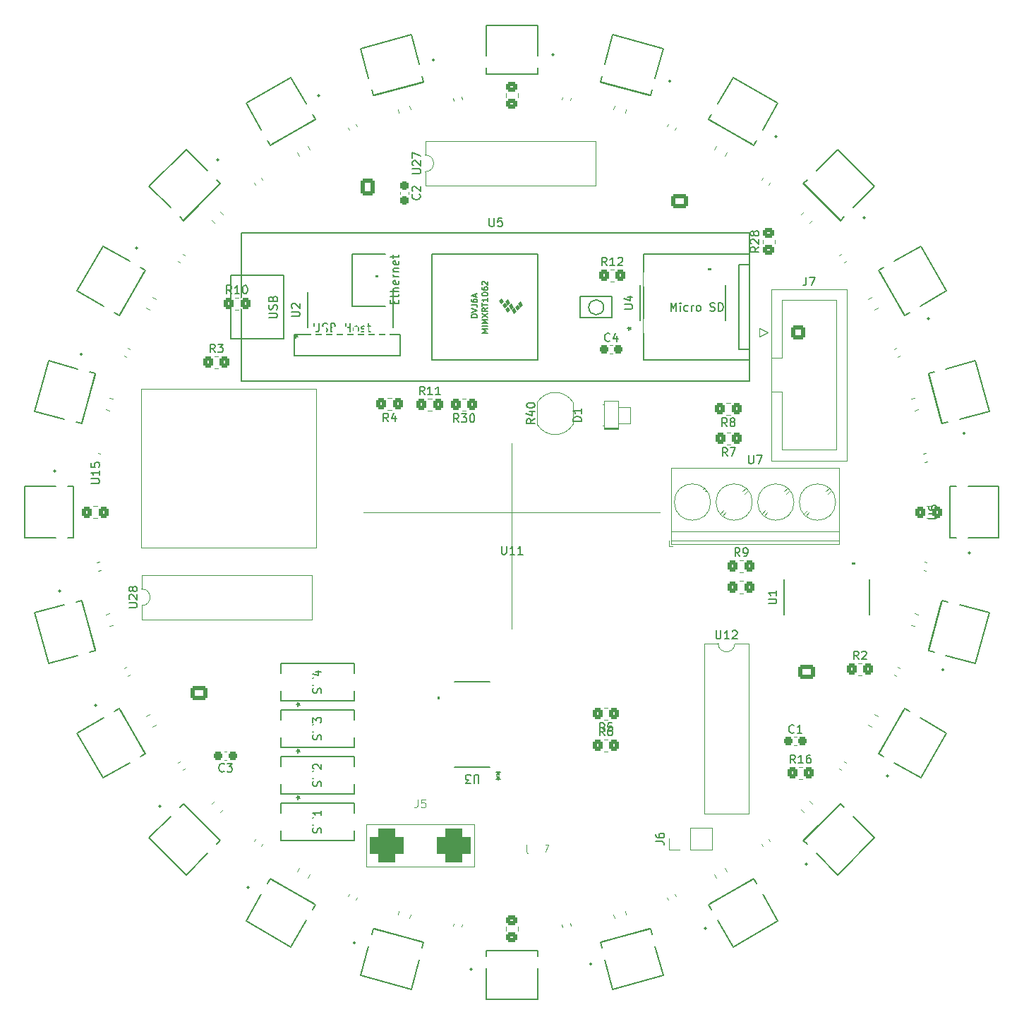
<source format=gto>
%TF.GenerationSoftware,KiCad,Pcbnew,8.0.4*%
%TF.CreationDate,2024-12-12T22:54:30-05:00*%
%TF.ProjectId,Roboballers Pcb,526f626f-6261-46c6-9c65-727320506362,rev?*%
%TF.SameCoordinates,Original*%
%TF.FileFunction,Legend,Top*%
%TF.FilePolarity,Positive*%
%FSLAX46Y46*%
G04 Gerber Fmt 4.6, Leading zero omitted, Abs format (unit mm)*
G04 Created by KiCad (PCBNEW 8.0.4) date 2024-12-12 22:54:30*
%MOMM*%
%LPD*%
G01*
G04 APERTURE LIST*
G04 Aperture macros list*
%AMRoundRect*
0 Rectangle with rounded corners*
0 $1 Rounding radius*
0 $2 $3 $4 $5 $6 $7 $8 $9 X,Y pos of 4 corners*
0 Add a 4 corners polygon primitive as box body*
4,1,4,$2,$3,$4,$5,$6,$7,$8,$9,$2,$3,0*
0 Add four circle primitives for the rounded corners*
1,1,$1+$1,$2,$3*
1,1,$1+$1,$4,$5*
1,1,$1+$1,$6,$7*
1,1,$1+$1,$8,$9*
0 Add four rect primitives between the rounded corners*
20,1,$1+$1,$2,$3,$4,$5,0*
20,1,$1+$1,$4,$5,$6,$7,0*
20,1,$1+$1,$6,$7,$8,$9,0*
20,1,$1+$1,$8,$9,$2,$3,0*%
%AMRotRect*
0 Rectangle, with rotation*
0 The origin of the aperture is its center*
0 $1 length*
0 $2 width*
0 $3 Rotation angle, in degrees counterclockwise*
0 Add horizontal line*
21,1,$1,$2,0,0,$3*%
G04 Aperture macros list end*
%ADD10C,0.150000*%
%ADD11C,0.100000*%
%ADD12C,0.152400*%
%ADD13C,0.120000*%
%ADD14C,0.000000*%
%ADD15R,1.219200X1.219200*%
%ADD16C,1.219200*%
%ADD17RoundRect,0.250000X0.525253X-0.221605X0.344080X0.454543X-0.525253X0.221605X-0.344080X-0.454543X0*%
%ADD18RoundRect,0.237500X0.382522X0.009131X-0.096660X0.370220X-0.382522X-0.009131X0.096660X-0.370220X0*%
%ADD19RoundRect,0.250000X-0.070711X0.565685X-0.565685X0.070711X0.070711X-0.565685X0.565685X-0.070711X0*%
%ADD20R,1.600000X1.600000*%
%ADD21O,1.600000X1.600000*%
%ADD22RoundRect,0.250000X0.350000X0.450000X-0.350000X0.450000X-0.350000X-0.450000X0.350000X-0.450000X0*%
%ADD23RoundRect,0.250000X-0.350000X-0.450000X0.350000X-0.450000X0.350000X0.450000X-0.350000X0.450000X0*%
%ADD24R,1.663700X0.558800*%
%ADD25RoundRect,0.250000X0.528109X0.214711X-0.078109X0.564711X-0.528109X-0.214711X0.078109X-0.564711X0*%
%ADD26RotRect,1.219200X1.219200X255.000000*%
%ADD27RoundRect,0.237500X-0.237500X0.300000X-0.237500X-0.300000X0.237500X-0.300000X0.237500X0.300000X0*%
%ADD28RoundRect,0.250000X-0.565685X-0.070711X-0.070711X-0.565685X0.565685X0.070711X0.070711X0.565685X0*%
%ADD29RoundRect,0.237500X0.009131X-0.382522X0.370220X0.096660X-0.009131X0.382522X-0.370220X-0.096660X0*%
%ADD30RotRect,1.219200X1.219200X105.000000*%
%ADD31RotRect,1.219200X1.219200X165.000000*%
%ADD32RoundRect,0.250000X0.450000X-0.350000X0.450000X0.350000X-0.450000X0.350000X-0.450000X-0.350000X0*%
%ADD33C,1.700000*%
%ADD34RoundRect,0.237500X0.264027X0.276941X-0.330134X0.193437X-0.264027X-0.276941X0.330134X-0.193437X0*%
%ADD35RoundRect,0.237500X-0.264027X-0.276941X0.330134X-0.193437X0.264027X0.276941X-0.330134X0.193437X0*%
%ADD36RoundRect,0.237500X0.367124X0.107824X-0.189186X0.332588X-0.367124X-0.107824X0.189186X-0.332588X0*%
%ADD37RoundRect,0.250000X0.564711X-0.078109X0.214711X0.528109X-0.564711X0.078109X-0.214711X-0.528109X0*%
%ADD38RoundRect,0.250000X0.565685X0.070711X0.070711X0.565685X-0.565685X-0.070711X-0.070711X-0.565685X0*%
%ADD39RotRect,1.219200X1.219200X300.000000*%
%ADD40RotRect,1.219200X1.219200X150.000000*%
%ADD41RoundRect,0.250000X-0.078109X-0.564711X0.528109X-0.214711X0.078109X0.564711X-0.528109X0.214711X0*%
%ADD42R,1.800000X1.800000*%
%ADD43C,1.800000*%
%ADD44RotRect,1.219200X1.219200X225.000000*%
%ADD45RotRect,1.219200X1.219200X30.000000*%
%ADD46RotRect,1.219200X1.219200X135.000000*%
%ADD47RoundRect,0.237500X-0.276941X0.264027X-0.193437X-0.330134X0.276941X-0.264027X0.193437X0.330134X0*%
%ADD48RoundRect,0.237500X-0.199169X0.326708X-0.272291X-0.268820X0.199169X-0.326708X0.272291X0.268820X0*%
%ADD49RotRect,1.219200X1.219200X240.000000*%
%ADD50RoundRect,0.237500X-0.371851X0.090184X-0.002454X-0.382623X0.371851X-0.090184X0.002454X0.382623X0*%
%ADD51O,2.000000X6.000000*%
%ADD52RoundRect,0.250000X0.070711X-0.565685X0.565685X-0.070711X-0.070711X0.565685X-0.565685X0.070711X0*%
%ADD53RoundRect,0.237500X-0.090184X-0.371851X0.382623X-0.002454X0.090184X0.371851X-0.382623X0.002454X0*%
%ADD54RoundRect,0.237500X-0.300000X-0.237500X0.300000X-0.237500X0.300000X0.237500X-0.300000X0.237500X0*%
%ADD55RoundRect,0.250000X0.344080X-0.454543X0.525253X0.221605X-0.344080X0.454543X-0.525253X-0.221605X0*%
%ADD56RoundRect,0.250000X-0.528109X-0.214711X0.078109X-0.564711X0.528109X0.214711X-0.078109X0.564711X0*%
%ADD57RoundRect,0.250000X0.214711X-0.528109X0.564711X0.078109X-0.214711X0.528109X-0.564711X-0.078109X0*%
%ADD58RoundRect,0.250000X-0.525253X0.221605X-0.344080X-0.454543X0.525253X-0.221605X0.344080X0.454543X0*%
%ADD59RotRect,1.219200X1.219200X60.000000*%
%ADD60RoundRect,0.250000X-0.450000X0.350000X-0.450000X-0.350000X0.450000X-0.350000X0.450000X0.350000X0*%
%ADD61RotRect,1.219200X1.219200X210.000000*%
%ADD62RoundRect,0.237500X0.371851X-0.090184X0.002454X0.382623X-0.371851X0.090184X-0.002454X-0.382623X0*%
%ADD63RotRect,1.219200X1.219200X120.000000*%
%ADD64RoundRect,0.250000X-0.600000X-0.600000X0.600000X-0.600000X0.600000X0.600000X-0.600000X0.600000X0*%
%ADD65RoundRect,1.000000X-1.000000X-1.000000X1.000000X-1.000000X1.000000X1.000000X-1.000000X1.000000X0*%
%ADD66RoundRect,0.250000X-0.564711X0.078109X-0.214711X-0.528109X0.564711X-0.078109X0.214711X0.528109X0*%
%ADD67RoundRect,0.250000X0.078109X0.564711X-0.528109X0.214711X-0.078109X-0.564711X0.528109X-0.214711X0*%
%ADD68R,1.295400X1.295400*%
%ADD69C,1.295400*%
%ADD70C,1.498600*%
%ADD71R,0.558800X1.663700*%
%ADD72RoundRect,0.237500X-0.335839X0.183353X-0.101401X-0.368950X0.335839X-0.183353X0.101401X0.368950X0*%
%ADD73RoundRect,0.237500X0.199169X-0.326708X0.272291X0.268820X-0.199169X0.326708X-0.272291X-0.268820X0*%
%ADD74C,1.600000*%
%ADD75RotRect,1.219200X1.219200X285.000000*%
%ADD76RoundRect,0.237500X0.326708X0.199169X-0.268820X0.272291X-0.326708X-0.199169X0.268820X-0.272291X0*%
%ADD77RoundRect,0.237500X0.300000X0.237500X-0.300000X0.237500X-0.300000X-0.237500X0.300000X-0.237500X0*%
%ADD78RoundRect,0.237500X0.335839X-0.183353X0.101401X0.368950X-0.335839X0.183353X-0.101401X-0.368950X0*%
%ADD79RotRect,1.219200X1.219200X15.000000*%
%ADD80C,1.524000*%
%ADD81RotRect,1.219200X1.219200X195.000000*%
%ADD82RotRect,1.219200X1.219200X345.000000*%
%ADD83RoundRect,0.237500X0.107824X-0.367124X0.332588X0.189186X-0.107824X0.367124X-0.332588X-0.189186X0*%
%ADD84RoundRect,0.237500X0.276941X-0.264027X0.193437X0.330134X-0.276941X0.264027X-0.193437X-0.330134X0*%
%ADD85RoundRect,0.250000X-0.214711X0.528109X-0.564711X-0.078109X0.214711X-0.528109X0.564711X0.078109X0*%
%ADD86RoundRect,0.250000X-0.221605X-0.525253X0.454543X-0.344080X0.221605X0.525253X-0.454543X0.344080X0*%
%ADD87RoundRect,0.237500X0.090184X0.371851X-0.382623X0.002454X-0.090184X-0.371851X0.382623X-0.002454X0*%
%ADD88RoundRect,0.237500X-0.183353X-0.335839X0.368950X-0.101401X0.183353X0.335839X-0.368950X0.101401X0*%
%ADD89RoundRect,0.237500X0.183353X0.335839X-0.368950X0.101401X-0.183353X-0.335839X0.368950X-0.101401X0*%
%ADD90RotRect,1.219200X1.219200X75.000000*%
%ADD91RoundRect,0.237500X-0.367124X-0.107824X0.189186X-0.332588X0.367124X0.107824X-0.189186X0.332588X0*%
%ADD92RotRect,1.219200X1.219200X45.000000*%
%ADD93RoundRect,0.250000X-0.454543X-0.344080X0.221605X-0.525253X0.454543X0.344080X-0.221605X0.525253X0*%
%ADD94RoundRect,0.237500X-0.009131X0.382522X-0.370220X-0.096660X0.009131X-0.382522X0.370220X0.096660X0*%
%ADD95R,1.700000X1.700000*%
%ADD96O,1.700000X1.700000*%
%ADD97RoundRect,0.250000X0.454543X0.344080X-0.221605X0.525253X-0.454543X-0.344080X0.221605X-0.525253X0*%
%ADD98RoundRect,0.237500X-0.382522X-0.009131X0.096660X-0.370220X0.382522X0.009131X-0.096660X0.370220X0*%
%ADD99RotRect,1.219200X1.219200X330.000000*%
%ADD100RotRect,1.219200X1.219200X315.000000*%
%ADD101RoundRect,0.237500X-0.326708X-0.199169X0.268820X-0.272291X0.326708X0.199169X-0.268820X0.272291X0*%
%ADD102RoundRect,0.250000X-0.344080X0.454543X-0.525253X-0.221605X0.344080X-0.454543X0.525253X0.221605X0*%
%ADD103RoundRect,0.237500X-0.107824X0.367124X-0.332588X-0.189186X0.107824X-0.367124X0.332588X0.189186X0*%
%ADD104RoundRect,0.250000X0.221605X0.525253X-0.454543X0.344080X-0.221605X-0.525253X0.454543X-0.344080X0*%
%ADD105R,2.600000X2.600000*%
%ADD106C,2.600000*%
%ADD107C,1.200000*%
%ADD108RoundRect,0.250000X-0.750000X0.600000X-0.750000X-0.600000X0.750000X-0.600000X0.750000X0.600000X0*%
%ADD109O,2.000000X1.700000*%
%ADD110RoundRect,0.250000X0.600000X0.750000X-0.600000X0.750000X-0.600000X-0.750000X0.600000X-0.750000X0*%
%ADD111O,1.700000X2.000000*%
%ADD112RoundRect,0.250000X0.750000X-0.600000X0.750000X0.600000X-0.750000X0.600000X-0.750000X-0.600000X0*%
G04 APERTURE END LIST*
D10*
X54035819Y-111464094D02*
X54845342Y-111464094D01*
X54845342Y-111464094D02*
X54940580Y-111416475D01*
X54940580Y-111416475D02*
X54988200Y-111368856D01*
X54988200Y-111368856D02*
X55035819Y-111273618D01*
X55035819Y-111273618D02*
X55035819Y-111083142D01*
X55035819Y-111083142D02*
X54988200Y-110987904D01*
X54988200Y-110987904D02*
X54940580Y-110940285D01*
X54940580Y-110940285D02*
X54845342Y-110892666D01*
X54845342Y-110892666D02*
X54035819Y-110892666D01*
X54131057Y-110464094D02*
X54083438Y-110416475D01*
X54083438Y-110416475D02*
X54035819Y-110321237D01*
X54035819Y-110321237D02*
X54035819Y-110083142D01*
X54035819Y-110083142D02*
X54083438Y-109987904D01*
X54083438Y-109987904D02*
X54131057Y-109940285D01*
X54131057Y-109940285D02*
X54226295Y-109892666D01*
X54226295Y-109892666D02*
X54321533Y-109892666D01*
X54321533Y-109892666D02*
X54464390Y-109940285D01*
X54464390Y-109940285D02*
X55035819Y-110511713D01*
X55035819Y-110511713D02*
X55035819Y-109892666D01*
X54464390Y-109321237D02*
X54416771Y-109416475D01*
X54416771Y-109416475D02*
X54369152Y-109464094D01*
X54369152Y-109464094D02*
X54273914Y-109511713D01*
X54273914Y-109511713D02*
X54226295Y-109511713D01*
X54226295Y-109511713D02*
X54131057Y-109464094D01*
X54131057Y-109464094D02*
X54083438Y-109416475D01*
X54083438Y-109416475D02*
X54035819Y-109321237D01*
X54035819Y-109321237D02*
X54035819Y-109130761D01*
X54035819Y-109130761D02*
X54083438Y-109035523D01*
X54083438Y-109035523D02*
X54131057Y-108987904D01*
X54131057Y-108987904D02*
X54226295Y-108940285D01*
X54226295Y-108940285D02*
X54273914Y-108940285D01*
X54273914Y-108940285D02*
X54369152Y-108987904D01*
X54369152Y-108987904D02*
X54416771Y-109035523D01*
X54416771Y-109035523D02*
X54464390Y-109130761D01*
X54464390Y-109130761D02*
X54464390Y-109321237D01*
X54464390Y-109321237D02*
X54512009Y-109416475D01*
X54512009Y-109416475D02*
X54559628Y-109464094D01*
X54559628Y-109464094D02*
X54654866Y-109511713D01*
X54654866Y-109511713D02*
X54845342Y-109511713D01*
X54845342Y-109511713D02*
X54940580Y-109464094D01*
X54940580Y-109464094D02*
X54988200Y-109416475D01*
X54988200Y-109416475D02*
X55035819Y-109321237D01*
X55035819Y-109321237D02*
X55035819Y-109130761D01*
X55035819Y-109130761D02*
X54988200Y-109035523D01*
X54988200Y-109035523D02*
X54940580Y-108987904D01*
X54940580Y-108987904D02*
X54845342Y-108940285D01*
X54845342Y-108940285D02*
X54654866Y-108940285D01*
X54654866Y-108940285D02*
X54559628Y-108987904D01*
X54559628Y-108987904D02*
X54512009Y-109035523D01*
X54512009Y-109035523D02*
X54464390Y-109130761D01*
X125833333Y-93290819D02*
X125500000Y-92814628D01*
X125261905Y-93290819D02*
X125261905Y-92290819D01*
X125261905Y-92290819D02*
X125642857Y-92290819D01*
X125642857Y-92290819D02*
X125738095Y-92338438D01*
X125738095Y-92338438D02*
X125785714Y-92386057D01*
X125785714Y-92386057D02*
X125833333Y-92481295D01*
X125833333Y-92481295D02*
X125833333Y-92624152D01*
X125833333Y-92624152D02*
X125785714Y-92719390D01*
X125785714Y-92719390D02*
X125738095Y-92767009D01*
X125738095Y-92767009D02*
X125642857Y-92814628D01*
X125642857Y-92814628D02*
X125261905Y-92814628D01*
X126166667Y-92290819D02*
X126833333Y-92290819D01*
X126833333Y-92290819D02*
X126404762Y-93290819D01*
X66357142Y-73804819D02*
X66023809Y-73328628D01*
X65785714Y-73804819D02*
X65785714Y-72804819D01*
X65785714Y-72804819D02*
X66166666Y-72804819D01*
X66166666Y-72804819D02*
X66261904Y-72852438D01*
X66261904Y-72852438D02*
X66309523Y-72900057D01*
X66309523Y-72900057D02*
X66357142Y-72995295D01*
X66357142Y-72995295D02*
X66357142Y-73138152D01*
X66357142Y-73138152D02*
X66309523Y-73233390D01*
X66309523Y-73233390D02*
X66261904Y-73281009D01*
X66261904Y-73281009D02*
X66166666Y-73328628D01*
X66166666Y-73328628D02*
X65785714Y-73328628D01*
X67309523Y-73804819D02*
X66738095Y-73804819D01*
X67023809Y-73804819D02*
X67023809Y-72804819D01*
X67023809Y-72804819D02*
X66928571Y-72947676D01*
X66928571Y-72947676D02*
X66833333Y-73042914D01*
X66833333Y-73042914D02*
X66738095Y-73090533D01*
X67928571Y-72804819D02*
X68023809Y-72804819D01*
X68023809Y-72804819D02*
X68119047Y-72852438D01*
X68119047Y-72852438D02*
X68166666Y-72900057D01*
X68166666Y-72900057D02*
X68214285Y-72995295D01*
X68214285Y-72995295D02*
X68261904Y-73185771D01*
X68261904Y-73185771D02*
X68261904Y-73423866D01*
X68261904Y-73423866D02*
X68214285Y-73614342D01*
X68214285Y-73614342D02*
X68166666Y-73709580D01*
X68166666Y-73709580D02*
X68119047Y-73757200D01*
X68119047Y-73757200D02*
X68023809Y-73804819D01*
X68023809Y-73804819D02*
X67928571Y-73804819D01*
X67928571Y-73804819D02*
X67833333Y-73757200D01*
X67833333Y-73757200D02*
X67785714Y-73709580D01*
X67785714Y-73709580D02*
X67738095Y-73614342D01*
X67738095Y-73614342D02*
X67690476Y-73423866D01*
X67690476Y-73423866D02*
X67690476Y-73185771D01*
X67690476Y-73185771D02*
X67738095Y-72995295D01*
X67738095Y-72995295D02*
X67785714Y-72900057D01*
X67785714Y-72900057D02*
X67833333Y-72852438D01*
X67833333Y-72852438D02*
X67928571Y-72804819D01*
X96011904Y-132521180D02*
X96011904Y-131711657D01*
X96011904Y-131711657D02*
X95964285Y-131616419D01*
X95964285Y-131616419D02*
X95916666Y-131568800D01*
X95916666Y-131568800D02*
X95821428Y-131521180D01*
X95821428Y-131521180D02*
X95630952Y-131521180D01*
X95630952Y-131521180D02*
X95535714Y-131568800D01*
X95535714Y-131568800D02*
X95488095Y-131616419D01*
X95488095Y-131616419D02*
X95440476Y-131711657D01*
X95440476Y-131711657D02*
X95440476Y-132521180D01*
X95059523Y-132521180D02*
X94440476Y-132521180D01*
X94440476Y-132521180D02*
X94773809Y-132140228D01*
X94773809Y-132140228D02*
X94630952Y-132140228D01*
X94630952Y-132140228D02*
X94535714Y-132092609D01*
X94535714Y-132092609D02*
X94488095Y-132044990D01*
X94488095Y-132044990D02*
X94440476Y-131949752D01*
X94440476Y-131949752D02*
X94440476Y-131711657D01*
X94440476Y-131711657D02*
X94488095Y-131616419D01*
X94488095Y-131616419D02*
X94535714Y-131568800D01*
X94535714Y-131568800D02*
X94630952Y-131521180D01*
X94630952Y-131521180D02*
X94916666Y-131521180D01*
X94916666Y-131521180D02*
X95011904Y-131568800D01*
X95011904Y-131568800D02*
X95059523Y-131616419D01*
X98329749Y-132167980D02*
X98329749Y-131929885D01*
X98567844Y-132025123D02*
X98329749Y-131929885D01*
X98329749Y-131929885D02*
X98091654Y-132025123D01*
X98472606Y-131739409D02*
X98329749Y-131929885D01*
X98329749Y-131929885D02*
X98186892Y-131739409D01*
X98329750Y-131077619D02*
X98329750Y-131315714D01*
X98091655Y-131220476D02*
X98329750Y-131315714D01*
X98329750Y-131315714D02*
X98567845Y-131220476D01*
X98186893Y-131506190D02*
X98329750Y-131315714D01*
X98329750Y-131315714D02*
X98472607Y-131506190D01*
X88911580Y-61888666D02*
X88959200Y-61936285D01*
X88959200Y-61936285D02*
X89006819Y-62079142D01*
X89006819Y-62079142D02*
X89006819Y-62174380D01*
X89006819Y-62174380D02*
X88959200Y-62317237D01*
X88959200Y-62317237D02*
X88863961Y-62412475D01*
X88863961Y-62412475D02*
X88768723Y-62460094D01*
X88768723Y-62460094D02*
X88578247Y-62507713D01*
X88578247Y-62507713D02*
X88435390Y-62507713D01*
X88435390Y-62507713D02*
X88244914Y-62460094D01*
X88244914Y-62460094D02*
X88149676Y-62412475D01*
X88149676Y-62412475D02*
X88054438Y-62317237D01*
X88054438Y-62317237D02*
X88006819Y-62174380D01*
X88006819Y-62174380D02*
X88006819Y-62079142D01*
X88006819Y-62079142D02*
X88054438Y-61936285D01*
X88054438Y-61936285D02*
X88102057Y-61888666D01*
X88102057Y-61507713D02*
X88054438Y-61460094D01*
X88054438Y-61460094D02*
X88006819Y-61364856D01*
X88006819Y-61364856D02*
X88006819Y-61126761D01*
X88006819Y-61126761D02*
X88054438Y-61031523D01*
X88054438Y-61031523D02*
X88102057Y-60983904D01*
X88102057Y-60983904D02*
X88197295Y-60936285D01*
X88197295Y-60936285D02*
X88292533Y-60936285D01*
X88292533Y-60936285D02*
X88435390Y-60983904D01*
X88435390Y-60983904D02*
X89006819Y-61555332D01*
X89006819Y-61555332D02*
X89006819Y-60936285D01*
X129614819Y-68190857D02*
X129138628Y-68524190D01*
X129614819Y-68762285D02*
X128614819Y-68762285D01*
X128614819Y-68762285D02*
X128614819Y-68381333D01*
X128614819Y-68381333D02*
X128662438Y-68286095D01*
X128662438Y-68286095D02*
X128710057Y-68238476D01*
X128710057Y-68238476D02*
X128805295Y-68190857D01*
X128805295Y-68190857D02*
X128948152Y-68190857D01*
X128948152Y-68190857D02*
X129043390Y-68238476D01*
X129043390Y-68238476D02*
X129091009Y-68286095D01*
X129091009Y-68286095D02*
X129138628Y-68381333D01*
X129138628Y-68381333D02*
X129138628Y-68762285D01*
X128710057Y-67809904D02*
X128662438Y-67762285D01*
X128662438Y-67762285D02*
X128614819Y-67667047D01*
X128614819Y-67667047D02*
X128614819Y-67428952D01*
X128614819Y-67428952D02*
X128662438Y-67333714D01*
X128662438Y-67333714D02*
X128710057Y-67286095D01*
X128710057Y-67286095D02*
X128805295Y-67238476D01*
X128805295Y-67238476D02*
X128900533Y-67238476D01*
X128900533Y-67238476D02*
X129043390Y-67286095D01*
X129043390Y-67286095D02*
X129614819Y-67857523D01*
X129614819Y-67857523D02*
X129614819Y-67238476D01*
X129043390Y-66667047D02*
X128995771Y-66762285D01*
X128995771Y-66762285D02*
X128948152Y-66809904D01*
X128948152Y-66809904D02*
X128852914Y-66857523D01*
X128852914Y-66857523D02*
X128805295Y-66857523D01*
X128805295Y-66857523D02*
X128710057Y-66809904D01*
X128710057Y-66809904D02*
X128662438Y-66762285D01*
X128662438Y-66762285D02*
X128614819Y-66667047D01*
X128614819Y-66667047D02*
X128614819Y-66476571D01*
X128614819Y-66476571D02*
X128662438Y-66381333D01*
X128662438Y-66381333D02*
X128710057Y-66333714D01*
X128710057Y-66333714D02*
X128805295Y-66286095D01*
X128805295Y-66286095D02*
X128852914Y-66286095D01*
X128852914Y-66286095D02*
X128948152Y-66333714D01*
X128948152Y-66333714D02*
X128995771Y-66381333D01*
X128995771Y-66381333D02*
X129043390Y-66476571D01*
X129043390Y-66476571D02*
X129043390Y-66667047D01*
X129043390Y-66667047D02*
X129091009Y-66762285D01*
X129091009Y-66762285D02*
X129138628Y-66809904D01*
X129138628Y-66809904D02*
X129233866Y-66857523D01*
X129233866Y-66857523D02*
X129424342Y-66857523D01*
X129424342Y-66857523D02*
X129519580Y-66809904D01*
X129519580Y-66809904D02*
X129567200Y-66762285D01*
X129567200Y-66762285D02*
X129614819Y-66667047D01*
X129614819Y-66667047D02*
X129614819Y-66476571D01*
X129614819Y-66476571D02*
X129567200Y-66381333D01*
X129567200Y-66381333D02*
X129519580Y-66333714D01*
X129519580Y-66333714D02*
X129424342Y-66286095D01*
X129424342Y-66286095D02*
X129233866Y-66286095D01*
X129233866Y-66286095D02*
X129138628Y-66333714D01*
X129138628Y-66333714D02*
X129091009Y-66381333D01*
X129091009Y-66381333D02*
X129043390Y-66476571D01*
X98761905Y-104077819D02*
X98761905Y-104887342D01*
X98761905Y-104887342D02*
X98809524Y-104982580D01*
X98809524Y-104982580D02*
X98857143Y-105030200D01*
X98857143Y-105030200D02*
X98952381Y-105077819D01*
X98952381Y-105077819D02*
X99142857Y-105077819D01*
X99142857Y-105077819D02*
X99238095Y-105030200D01*
X99238095Y-105030200D02*
X99285714Y-104982580D01*
X99285714Y-104982580D02*
X99333333Y-104887342D01*
X99333333Y-104887342D02*
X99333333Y-104077819D01*
X100333333Y-105077819D02*
X99761905Y-105077819D01*
X100047619Y-105077819D02*
X100047619Y-104077819D01*
X100047619Y-104077819D02*
X99952381Y-104220676D01*
X99952381Y-104220676D02*
X99857143Y-104315914D01*
X99857143Y-104315914D02*
X99761905Y-104363533D01*
X101285714Y-105077819D02*
X100714286Y-105077819D01*
X101000000Y-105077819D02*
X101000000Y-104077819D01*
X101000000Y-104077819D02*
X100904762Y-104220676D01*
X100904762Y-104220676D02*
X100809524Y-104315914D01*
X100809524Y-104315914D02*
X100714286Y-104363533D01*
X108325819Y-89110094D02*
X107325819Y-89110094D01*
X107325819Y-89110094D02*
X107325819Y-88871999D01*
X107325819Y-88871999D02*
X107373438Y-88729142D01*
X107373438Y-88729142D02*
X107468676Y-88633904D01*
X107468676Y-88633904D02*
X107563914Y-88586285D01*
X107563914Y-88586285D02*
X107754390Y-88538666D01*
X107754390Y-88538666D02*
X107897247Y-88538666D01*
X107897247Y-88538666D02*
X108087723Y-88586285D01*
X108087723Y-88586285D02*
X108182961Y-88633904D01*
X108182961Y-88633904D02*
X108278200Y-88729142D01*
X108278200Y-88729142D02*
X108325819Y-88871999D01*
X108325819Y-88871999D02*
X108325819Y-89110094D01*
X108325819Y-87586285D02*
X108325819Y-88157713D01*
X108325819Y-87871999D02*
X107325819Y-87871999D01*
X107325819Y-87871999D02*
X107468676Y-87967237D01*
X107468676Y-87967237D02*
X107563914Y-88062475D01*
X107563914Y-88062475D02*
X107611533Y-88157713D01*
X141581333Y-117676819D02*
X141248000Y-117200628D01*
X141009905Y-117676819D02*
X141009905Y-116676819D01*
X141009905Y-116676819D02*
X141390857Y-116676819D01*
X141390857Y-116676819D02*
X141486095Y-116724438D01*
X141486095Y-116724438D02*
X141533714Y-116772057D01*
X141533714Y-116772057D02*
X141581333Y-116867295D01*
X141581333Y-116867295D02*
X141581333Y-117010152D01*
X141581333Y-117010152D02*
X141533714Y-117105390D01*
X141533714Y-117105390D02*
X141486095Y-117153009D01*
X141486095Y-117153009D02*
X141390857Y-117200628D01*
X141390857Y-117200628D02*
X141009905Y-117200628D01*
X141962286Y-116772057D02*
X142009905Y-116724438D01*
X142009905Y-116724438D02*
X142105143Y-116676819D01*
X142105143Y-116676819D02*
X142343238Y-116676819D01*
X142343238Y-116676819D02*
X142438476Y-116724438D01*
X142438476Y-116724438D02*
X142486095Y-116772057D01*
X142486095Y-116772057D02*
X142533714Y-116867295D01*
X142533714Y-116867295D02*
X142533714Y-116962533D01*
X142533714Y-116962533D02*
X142486095Y-117105390D01*
X142486095Y-117105390D02*
X141914667Y-117676819D01*
X141914667Y-117676819D02*
X142533714Y-117676819D01*
X124491905Y-114218819D02*
X124491905Y-115028342D01*
X124491905Y-115028342D02*
X124539524Y-115123580D01*
X124539524Y-115123580D02*
X124587143Y-115171200D01*
X124587143Y-115171200D02*
X124682381Y-115218819D01*
X124682381Y-115218819D02*
X124872857Y-115218819D01*
X124872857Y-115218819D02*
X124968095Y-115171200D01*
X124968095Y-115171200D02*
X125015714Y-115123580D01*
X125015714Y-115123580D02*
X125063333Y-115028342D01*
X125063333Y-115028342D02*
X125063333Y-114218819D01*
X126063333Y-115218819D02*
X125491905Y-115218819D01*
X125777619Y-115218819D02*
X125777619Y-114218819D01*
X125777619Y-114218819D02*
X125682381Y-114361676D01*
X125682381Y-114361676D02*
X125587143Y-114456914D01*
X125587143Y-114456914D02*
X125491905Y-114504533D01*
X126444286Y-114314057D02*
X126491905Y-114266438D01*
X126491905Y-114266438D02*
X126587143Y-114218819D01*
X126587143Y-114218819D02*
X126825238Y-114218819D01*
X126825238Y-114218819D02*
X126920476Y-114266438D01*
X126920476Y-114266438D02*
X126968095Y-114314057D01*
X126968095Y-114314057D02*
X127015714Y-114409295D01*
X127015714Y-114409295D02*
X127015714Y-114504533D01*
X127015714Y-114504533D02*
X126968095Y-114647390D01*
X126968095Y-114647390D02*
X126396667Y-115218819D01*
X126396667Y-115218819D02*
X127015714Y-115218819D01*
X133993142Y-130122819D02*
X133659809Y-129646628D01*
X133421714Y-130122819D02*
X133421714Y-129122819D01*
X133421714Y-129122819D02*
X133802666Y-129122819D01*
X133802666Y-129122819D02*
X133897904Y-129170438D01*
X133897904Y-129170438D02*
X133945523Y-129218057D01*
X133945523Y-129218057D02*
X133993142Y-129313295D01*
X133993142Y-129313295D02*
X133993142Y-129456152D01*
X133993142Y-129456152D02*
X133945523Y-129551390D01*
X133945523Y-129551390D02*
X133897904Y-129599009D01*
X133897904Y-129599009D02*
X133802666Y-129646628D01*
X133802666Y-129646628D02*
X133421714Y-129646628D01*
X134945523Y-130122819D02*
X134374095Y-130122819D01*
X134659809Y-130122819D02*
X134659809Y-129122819D01*
X134659809Y-129122819D02*
X134564571Y-129265676D01*
X134564571Y-129265676D02*
X134469333Y-129360914D01*
X134469333Y-129360914D02*
X134374095Y-129408533D01*
X135802666Y-129122819D02*
X135612190Y-129122819D01*
X135612190Y-129122819D02*
X135516952Y-129170438D01*
X135516952Y-129170438D02*
X135469333Y-129218057D01*
X135469333Y-129218057D02*
X135374095Y-129360914D01*
X135374095Y-129360914D02*
X135326476Y-129551390D01*
X135326476Y-129551390D02*
X135326476Y-129932342D01*
X135326476Y-129932342D02*
X135374095Y-130027580D01*
X135374095Y-130027580D02*
X135421714Y-130075200D01*
X135421714Y-130075200D02*
X135516952Y-130122819D01*
X135516952Y-130122819D02*
X135707428Y-130122819D01*
X135707428Y-130122819D02*
X135802666Y-130075200D01*
X135802666Y-130075200D02*
X135850285Y-130027580D01*
X135850285Y-130027580D02*
X135897904Y-129932342D01*
X135897904Y-129932342D02*
X135897904Y-129694247D01*
X135897904Y-129694247D02*
X135850285Y-129599009D01*
X135850285Y-129599009D02*
X135802666Y-129551390D01*
X135802666Y-129551390D02*
X135707428Y-129503771D01*
X135707428Y-129503771D02*
X135516952Y-129503771D01*
X135516952Y-129503771D02*
X135421714Y-129551390D01*
X135421714Y-129551390D02*
X135374095Y-129599009D01*
X135374095Y-129599009D02*
X135326476Y-129694247D01*
D11*
X101761905Y-139957419D02*
X101761905Y-140766942D01*
X101761905Y-140766942D02*
X101809524Y-140862180D01*
X101809524Y-140862180D02*
X101857143Y-140909800D01*
X101857143Y-140909800D02*
X101952381Y-140957419D01*
X101952381Y-140957419D02*
X102142857Y-140957419D01*
X102142857Y-140957419D02*
X102238095Y-140909800D01*
X102238095Y-140909800D02*
X102285714Y-140862180D01*
X102285714Y-140862180D02*
X102333333Y-140766942D01*
X102333333Y-140766942D02*
X102333333Y-139957419D01*
X103333333Y-140957419D02*
X102761905Y-140957419D01*
X103047619Y-140957419D02*
X103047619Y-139957419D01*
X103047619Y-139957419D02*
X102952381Y-140100276D01*
X102952381Y-140100276D02*
X102857143Y-140195514D01*
X102857143Y-140195514D02*
X102761905Y-140243133D01*
X103666667Y-139957419D02*
X104333333Y-139957419D01*
X104333333Y-139957419D02*
X103904762Y-140957419D01*
D10*
X133833333Y-126429580D02*
X133785714Y-126477200D01*
X133785714Y-126477200D02*
X133642857Y-126524819D01*
X133642857Y-126524819D02*
X133547619Y-126524819D01*
X133547619Y-126524819D02*
X133404762Y-126477200D01*
X133404762Y-126477200D02*
X133309524Y-126381961D01*
X133309524Y-126381961D02*
X133261905Y-126286723D01*
X133261905Y-126286723D02*
X133214286Y-126096247D01*
X133214286Y-126096247D02*
X133214286Y-125953390D01*
X133214286Y-125953390D02*
X133261905Y-125762914D01*
X133261905Y-125762914D02*
X133309524Y-125667676D01*
X133309524Y-125667676D02*
X133404762Y-125572438D01*
X133404762Y-125572438D02*
X133547619Y-125524819D01*
X133547619Y-125524819D02*
X133642857Y-125524819D01*
X133642857Y-125524819D02*
X133785714Y-125572438D01*
X133785714Y-125572438D02*
X133833333Y-125620057D01*
X134785714Y-126524819D02*
X134214286Y-126524819D01*
X134500000Y-126524819D02*
X134500000Y-125524819D01*
X134500000Y-125524819D02*
X134404762Y-125667676D01*
X134404762Y-125667676D02*
X134309524Y-125762914D01*
X134309524Y-125762914D02*
X134214286Y-125810533D01*
X125801333Y-89734819D02*
X125468000Y-89258628D01*
X125229905Y-89734819D02*
X125229905Y-88734819D01*
X125229905Y-88734819D02*
X125610857Y-88734819D01*
X125610857Y-88734819D02*
X125706095Y-88782438D01*
X125706095Y-88782438D02*
X125753714Y-88830057D01*
X125753714Y-88830057D02*
X125801333Y-88925295D01*
X125801333Y-88925295D02*
X125801333Y-89068152D01*
X125801333Y-89068152D02*
X125753714Y-89163390D01*
X125753714Y-89163390D02*
X125706095Y-89211009D01*
X125706095Y-89211009D02*
X125610857Y-89258628D01*
X125610857Y-89258628D02*
X125229905Y-89258628D01*
X126372762Y-89163390D02*
X126277524Y-89115771D01*
X126277524Y-89115771D02*
X126229905Y-89068152D01*
X126229905Y-89068152D02*
X126182286Y-88972914D01*
X126182286Y-88972914D02*
X126182286Y-88925295D01*
X126182286Y-88925295D02*
X126229905Y-88830057D01*
X126229905Y-88830057D02*
X126277524Y-88782438D01*
X126277524Y-88782438D02*
X126372762Y-88734819D01*
X126372762Y-88734819D02*
X126563238Y-88734819D01*
X126563238Y-88734819D02*
X126658476Y-88782438D01*
X126658476Y-88782438D02*
X126706095Y-88830057D01*
X126706095Y-88830057D02*
X126753714Y-88925295D01*
X126753714Y-88925295D02*
X126753714Y-88972914D01*
X126753714Y-88972914D02*
X126706095Y-89068152D01*
X126706095Y-89068152D02*
X126658476Y-89115771D01*
X126658476Y-89115771D02*
X126563238Y-89163390D01*
X126563238Y-89163390D02*
X126372762Y-89163390D01*
X126372762Y-89163390D02*
X126277524Y-89211009D01*
X126277524Y-89211009D02*
X126229905Y-89258628D01*
X126229905Y-89258628D02*
X126182286Y-89353866D01*
X126182286Y-89353866D02*
X126182286Y-89544342D01*
X126182286Y-89544342D02*
X126229905Y-89639580D01*
X126229905Y-89639580D02*
X126277524Y-89687200D01*
X126277524Y-89687200D02*
X126372762Y-89734819D01*
X126372762Y-89734819D02*
X126563238Y-89734819D01*
X126563238Y-89734819D02*
X126658476Y-89687200D01*
X126658476Y-89687200D02*
X126706095Y-89639580D01*
X126706095Y-89639580D02*
X126753714Y-89544342D01*
X126753714Y-89544342D02*
X126753714Y-89353866D01*
X126753714Y-89353866D02*
X126706095Y-89258628D01*
X126706095Y-89258628D02*
X126658476Y-89211009D01*
X126658476Y-89211009D02*
X126563238Y-89163390D01*
X135302666Y-71814819D02*
X135302666Y-72529104D01*
X135302666Y-72529104D02*
X135255047Y-72671961D01*
X135255047Y-72671961D02*
X135159809Y-72767200D01*
X135159809Y-72767200D02*
X135016952Y-72814819D01*
X135016952Y-72814819D02*
X134921714Y-72814819D01*
X135683619Y-71814819D02*
X136350285Y-71814819D01*
X136350285Y-71814819D02*
X135921714Y-72814819D01*
D11*
X88666666Y-134457419D02*
X88666666Y-135171704D01*
X88666666Y-135171704D02*
X88619047Y-135314561D01*
X88619047Y-135314561D02*
X88523809Y-135409800D01*
X88523809Y-135409800D02*
X88380952Y-135457419D01*
X88380952Y-135457419D02*
X88285714Y-135457419D01*
X89619047Y-134457419D02*
X89142857Y-134457419D01*
X89142857Y-134457419D02*
X89095238Y-134933609D01*
X89095238Y-134933609D02*
X89142857Y-134885990D01*
X89142857Y-134885990D02*
X89238095Y-134838371D01*
X89238095Y-134838371D02*
X89476190Y-134838371D01*
X89476190Y-134838371D02*
X89571428Y-134885990D01*
X89571428Y-134885990D02*
X89619047Y-134933609D01*
X89619047Y-134933609D02*
X89666666Y-135028847D01*
X89666666Y-135028847D02*
X89666666Y-135266942D01*
X89666666Y-135266942D02*
X89619047Y-135362180D01*
X89619047Y-135362180D02*
X89571428Y-135409800D01*
X89571428Y-135409800D02*
X89476190Y-135457419D01*
X89476190Y-135457419D02*
X89238095Y-135457419D01*
X89238095Y-135457419D02*
X89142857Y-135409800D01*
X89142857Y-135409800D02*
X89095238Y-135362180D01*
D10*
X77079200Y-138493332D02*
X77126819Y-138350475D01*
X77126819Y-138350475D02*
X77126819Y-138112380D01*
X77126819Y-138112380D02*
X77079200Y-138017142D01*
X77079200Y-138017142D02*
X77031580Y-137969523D01*
X77031580Y-137969523D02*
X76936342Y-137921904D01*
X76936342Y-137921904D02*
X76841104Y-137921904D01*
X76841104Y-137921904D02*
X76745866Y-137969523D01*
X76745866Y-137969523D02*
X76698247Y-138017142D01*
X76698247Y-138017142D02*
X76650628Y-138112380D01*
X76650628Y-138112380D02*
X76603009Y-138302856D01*
X76603009Y-138302856D02*
X76555390Y-138398094D01*
X76555390Y-138398094D02*
X76507771Y-138445713D01*
X76507771Y-138445713D02*
X76412533Y-138493332D01*
X76412533Y-138493332D02*
X76317295Y-138493332D01*
X76317295Y-138493332D02*
X76222057Y-138445713D01*
X76222057Y-138445713D02*
X76174438Y-138398094D01*
X76174438Y-138398094D02*
X76126819Y-138302856D01*
X76126819Y-138302856D02*
X76126819Y-138064761D01*
X76126819Y-138064761D02*
X76174438Y-137921904D01*
X76126819Y-137588570D02*
X77126819Y-137350475D01*
X77126819Y-137350475D02*
X76412533Y-137159999D01*
X76412533Y-137159999D02*
X77126819Y-136969523D01*
X77126819Y-136969523D02*
X76126819Y-136731428D01*
X77126819Y-135826666D02*
X77126819Y-136398094D01*
X77126819Y-136112380D02*
X76126819Y-136112380D01*
X76126819Y-136112380D02*
X76269676Y-136207618D01*
X76269676Y-136207618D02*
X76364914Y-136302856D01*
X76364914Y-136302856D02*
X76412533Y-136398094D01*
X77079200Y-132905332D02*
X77126819Y-132762475D01*
X77126819Y-132762475D02*
X77126819Y-132524380D01*
X77126819Y-132524380D02*
X77079200Y-132429142D01*
X77079200Y-132429142D02*
X77031580Y-132381523D01*
X77031580Y-132381523D02*
X76936342Y-132333904D01*
X76936342Y-132333904D02*
X76841104Y-132333904D01*
X76841104Y-132333904D02*
X76745866Y-132381523D01*
X76745866Y-132381523D02*
X76698247Y-132429142D01*
X76698247Y-132429142D02*
X76650628Y-132524380D01*
X76650628Y-132524380D02*
X76603009Y-132714856D01*
X76603009Y-132714856D02*
X76555390Y-132810094D01*
X76555390Y-132810094D02*
X76507771Y-132857713D01*
X76507771Y-132857713D02*
X76412533Y-132905332D01*
X76412533Y-132905332D02*
X76317295Y-132905332D01*
X76317295Y-132905332D02*
X76222057Y-132857713D01*
X76222057Y-132857713D02*
X76174438Y-132810094D01*
X76174438Y-132810094D02*
X76126819Y-132714856D01*
X76126819Y-132714856D02*
X76126819Y-132476761D01*
X76126819Y-132476761D02*
X76174438Y-132333904D01*
X76126819Y-132000570D02*
X77126819Y-131762475D01*
X77126819Y-131762475D02*
X76412533Y-131571999D01*
X76412533Y-131571999D02*
X77126819Y-131381523D01*
X77126819Y-131381523D02*
X76126819Y-131143428D01*
X76222057Y-130810094D02*
X76174438Y-130762475D01*
X76174438Y-130762475D02*
X76126819Y-130667237D01*
X76126819Y-130667237D02*
X76126819Y-130429142D01*
X76126819Y-130429142D02*
X76174438Y-130333904D01*
X76174438Y-130333904D02*
X76222057Y-130286285D01*
X76222057Y-130286285D02*
X76317295Y-130238666D01*
X76317295Y-130238666D02*
X76412533Y-130238666D01*
X76412533Y-130238666D02*
X76555390Y-130286285D01*
X76555390Y-130286285D02*
X77126819Y-130857713D01*
X77126819Y-130857713D02*
X77126819Y-130238666D01*
X74126819Y-134226299D02*
X74364914Y-134226299D01*
X74269676Y-134464394D02*
X74364914Y-134226299D01*
X74364914Y-134226299D02*
X74269676Y-133988204D01*
X74555390Y-134369156D02*
X74364914Y-134226299D01*
X74364914Y-134226299D02*
X74555390Y-134083442D01*
X74126819Y-134226299D02*
X74364914Y-134226299D01*
X74269676Y-134464394D02*
X74364914Y-134226299D01*
X74364914Y-134226299D02*
X74269676Y-133988204D01*
X74555390Y-134369156D02*
X74364914Y-134226299D01*
X74364914Y-134226299D02*
X74555390Y-134083442D01*
X113477819Y-75660104D02*
X114287342Y-75660104D01*
X114287342Y-75660104D02*
X114382580Y-75612485D01*
X114382580Y-75612485D02*
X114430200Y-75564866D01*
X114430200Y-75564866D02*
X114477819Y-75469628D01*
X114477819Y-75469628D02*
X114477819Y-75279152D01*
X114477819Y-75279152D02*
X114430200Y-75183914D01*
X114430200Y-75183914D02*
X114382580Y-75136295D01*
X114382580Y-75136295D02*
X114287342Y-75088676D01*
X114287342Y-75088676D02*
X113477819Y-75088676D01*
X113811152Y-74183914D02*
X114477819Y-74183914D01*
X113430200Y-74422009D02*
X114144485Y-74660104D01*
X114144485Y-74660104D02*
X114144485Y-74041057D01*
X113831019Y-77977949D02*
X114069114Y-77977949D01*
X113973876Y-78216044D02*
X114069114Y-77977949D01*
X114069114Y-77977949D02*
X113973876Y-77739854D01*
X114259590Y-78120806D02*
X114069114Y-77977949D01*
X114069114Y-77977949D02*
X114259590Y-77835092D01*
X113831019Y-77977949D02*
X114069114Y-77977949D01*
X113973876Y-78216044D02*
X114069114Y-77977949D01*
X114069114Y-77977949D02*
X113973876Y-77739854D01*
X114259590Y-78120806D02*
X114069114Y-77977949D01*
X114069114Y-77977949D02*
X114259590Y-77835092D01*
X102735819Y-88814857D02*
X102259628Y-89148190D01*
X102735819Y-89386285D02*
X101735819Y-89386285D01*
X101735819Y-89386285D02*
X101735819Y-89005333D01*
X101735819Y-89005333D02*
X101783438Y-88910095D01*
X101783438Y-88910095D02*
X101831057Y-88862476D01*
X101831057Y-88862476D02*
X101926295Y-88814857D01*
X101926295Y-88814857D02*
X102069152Y-88814857D01*
X102069152Y-88814857D02*
X102164390Y-88862476D01*
X102164390Y-88862476D02*
X102212009Y-88910095D01*
X102212009Y-88910095D02*
X102259628Y-89005333D01*
X102259628Y-89005333D02*
X102259628Y-89386285D01*
X102069152Y-87957714D02*
X102735819Y-87957714D01*
X101688200Y-88195809D02*
X102402485Y-88433904D01*
X102402485Y-88433904D02*
X102402485Y-87814857D01*
X101735819Y-87243428D02*
X101735819Y-87148190D01*
X101735819Y-87148190D02*
X101783438Y-87052952D01*
X101783438Y-87052952D02*
X101831057Y-87005333D01*
X101831057Y-87005333D02*
X101926295Y-86957714D01*
X101926295Y-86957714D02*
X102116771Y-86910095D01*
X102116771Y-86910095D02*
X102354866Y-86910095D01*
X102354866Y-86910095D02*
X102545342Y-86957714D01*
X102545342Y-86957714D02*
X102640580Y-87005333D01*
X102640580Y-87005333D02*
X102688200Y-87052952D01*
X102688200Y-87052952D02*
X102735819Y-87148190D01*
X102735819Y-87148190D02*
X102735819Y-87243428D01*
X102735819Y-87243428D02*
X102688200Y-87338666D01*
X102688200Y-87338666D02*
X102640580Y-87386285D01*
X102640580Y-87386285D02*
X102545342Y-87433904D01*
X102545342Y-87433904D02*
X102354866Y-87481523D01*
X102354866Y-87481523D02*
X102116771Y-87481523D01*
X102116771Y-87481523D02*
X101926295Y-87433904D01*
X101926295Y-87433904D02*
X101831057Y-87386285D01*
X101831057Y-87386285D02*
X101783438Y-87338666D01*
X101783438Y-87338666D02*
X101735819Y-87243428D01*
X64365333Y-80846819D02*
X64032000Y-80370628D01*
X63793905Y-80846819D02*
X63793905Y-79846819D01*
X63793905Y-79846819D02*
X64174857Y-79846819D01*
X64174857Y-79846819D02*
X64270095Y-79894438D01*
X64270095Y-79894438D02*
X64317714Y-79942057D01*
X64317714Y-79942057D02*
X64365333Y-80037295D01*
X64365333Y-80037295D02*
X64365333Y-80180152D01*
X64365333Y-80180152D02*
X64317714Y-80275390D01*
X64317714Y-80275390D02*
X64270095Y-80323009D01*
X64270095Y-80323009D02*
X64174857Y-80370628D01*
X64174857Y-80370628D02*
X63793905Y-80370628D01*
X64698667Y-79846819D02*
X65317714Y-79846819D01*
X65317714Y-79846819D02*
X64984381Y-80227771D01*
X64984381Y-80227771D02*
X65127238Y-80227771D01*
X65127238Y-80227771D02*
X65222476Y-80275390D01*
X65222476Y-80275390D02*
X65270095Y-80323009D01*
X65270095Y-80323009D02*
X65317714Y-80418247D01*
X65317714Y-80418247D02*
X65317714Y-80656342D01*
X65317714Y-80656342D02*
X65270095Y-80751580D01*
X65270095Y-80751580D02*
X65222476Y-80799200D01*
X65222476Y-80799200D02*
X65127238Y-80846819D01*
X65127238Y-80846819D02*
X64841524Y-80846819D01*
X64841524Y-80846819D02*
X64746286Y-80799200D01*
X64746286Y-80799200D02*
X64698667Y-80751580D01*
X65465833Y-131075580D02*
X65418214Y-131123200D01*
X65418214Y-131123200D02*
X65275357Y-131170819D01*
X65275357Y-131170819D02*
X65180119Y-131170819D01*
X65180119Y-131170819D02*
X65037262Y-131123200D01*
X65037262Y-131123200D02*
X64942024Y-131027961D01*
X64942024Y-131027961D02*
X64894405Y-130932723D01*
X64894405Y-130932723D02*
X64846786Y-130742247D01*
X64846786Y-130742247D02*
X64846786Y-130599390D01*
X64846786Y-130599390D02*
X64894405Y-130408914D01*
X64894405Y-130408914D02*
X64942024Y-130313676D01*
X64942024Y-130313676D02*
X65037262Y-130218438D01*
X65037262Y-130218438D02*
X65180119Y-130170819D01*
X65180119Y-130170819D02*
X65275357Y-130170819D01*
X65275357Y-130170819D02*
X65418214Y-130218438D01*
X65418214Y-130218438D02*
X65465833Y-130266057D01*
X65799167Y-130170819D02*
X66418214Y-130170819D01*
X66418214Y-130170819D02*
X66084881Y-130551771D01*
X66084881Y-130551771D02*
X66227738Y-130551771D01*
X66227738Y-130551771D02*
X66322976Y-130599390D01*
X66322976Y-130599390D02*
X66370595Y-130647009D01*
X66370595Y-130647009D02*
X66418214Y-130742247D01*
X66418214Y-130742247D02*
X66418214Y-130980342D01*
X66418214Y-130980342D02*
X66370595Y-131075580D01*
X66370595Y-131075580D02*
X66322976Y-131123200D01*
X66322976Y-131123200D02*
X66227738Y-131170819D01*
X66227738Y-131170819D02*
X65942024Y-131170819D01*
X65942024Y-131170819D02*
X65846786Y-131123200D01*
X65846786Y-131123200D02*
X65799167Y-131075580D01*
X111101333Y-126310819D02*
X110768000Y-125834628D01*
X110529905Y-126310819D02*
X110529905Y-125310819D01*
X110529905Y-125310819D02*
X110910857Y-125310819D01*
X110910857Y-125310819D02*
X111006095Y-125358438D01*
X111006095Y-125358438D02*
X111053714Y-125406057D01*
X111053714Y-125406057D02*
X111101333Y-125501295D01*
X111101333Y-125501295D02*
X111101333Y-125644152D01*
X111101333Y-125644152D02*
X111053714Y-125739390D01*
X111053714Y-125739390D02*
X111006095Y-125787009D01*
X111006095Y-125787009D02*
X110910857Y-125834628D01*
X110910857Y-125834628D02*
X110529905Y-125834628D01*
X112006095Y-125310819D02*
X111529905Y-125310819D01*
X111529905Y-125310819D02*
X111482286Y-125787009D01*
X111482286Y-125787009D02*
X111529905Y-125739390D01*
X111529905Y-125739390D02*
X111625143Y-125691771D01*
X111625143Y-125691771D02*
X111863238Y-125691771D01*
X111863238Y-125691771D02*
X111958476Y-125739390D01*
X111958476Y-125739390D02*
X112006095Y-125787009D01*
X112006095Y-125787009D02*
X112053714Y-125882247D01*
X112053714Y-125882247D02*
X112053714Y-126120342D01*
X112053714Y-126120342D02*
X112006095Y-126215580D01*
X112006095Y-126215580D02*
X111958476Y-126263200D01*
X111958476Y-126263200D02*
X111863238Y-126310819D01*
X111863238Y-126310819D02*
X111625143Y-126310819D01*
X111625143Y-126310819D02*
X111529905Y-126263200D01*
X111529905Y-126263200D02*
X111482286Y-126215580D01*
X73549019Y-76536404D02*
X74358542Y-76536404D01*
X74358542Y-76536404D02*
X74453780Y-76488785D01*
X74453780Y-76488785D02*
X74501400Y-76441166D01*
X74501400Y-76441166D02*
X74549019Y-76345928D01*
X74549019Y-76345928D02*
X74549019Y-76155452D01*
X74549019Y-76155452D02*
X74501400Y-76060214D01*
X74501400Y-76060214D02*
X74453780Y-76012595D01*
X74453780Y-76012595D02*
X74358542Y-75964976D01*
X74358542Y-75964976D02*
X73549019Y-75964976D01*
X73644257Y-75536404D02*
X73596638Y-75488785D01*
X73596638Y-75488785D02*
X73549019Y-75393547D01*
X73549019Y-75393547D02*
X73549019Y-75155452D01*
X73549019Y-75155452D02*
X73596638Y-75060214D01*
X73596638Y-75060214D02*
X73644257Y-75012595D01*
X73644257Y-75012595D02*
X73739495Y-74964976D01*
X73739495Y-74964976D02*
X73834733Y-74964976D01*
X73834733Y-74964976D02*
X73977590Y-75012595D01*
X73977590Y-75012595D02*
X74549019Y-75584023D01*
X74549019Y-75584023D02*
X74549019Y-74964976D01*
X73902219Y-78854249D02*
X74140314Y-78854249D01*
X74045076Y-79092344D02*
X74140314Y-78854249D01*
X74140314Y-78854249D02*
X74045076Y-78616154D01*
X74330790Y-78997106D02*
X74140314Y-78854249D01*
X74140314Y-78854249D02*
X74330790Y-78711392D01*
X73902219Y-78854249D02*
X74140314Y-78854249D01*
X74045076Y-79092344D02*
X74140314Y-78854249D01*
X74140314Y-78854249D02*
X74045076Y-78616154D01*
X74330790Y-78997106D02*
X74140314Y-78854249D01*
X74140314Y-78854249D02*
X74330790Y-78711392D01*
X93607142Y-89226819D02*
X93273809Y-88750628D01*
X93035714Y-89226819D02*
X93035714Y-88226819D01*
X93035714Y-88226819D02*
X93416666Y-88226819D01*
X93416666Y-88226819D02*
X93511904Y-88274438D01*
X93511904Y-88274438D02*
X93559523Y-88322057D01*
X93559523Y-88322057D02*
X93607142Y-88417295D01*
X93607142Y-88417295D02*
X93607142Y-88560152D01*
X93607142Y-88560152D02*
X93559523Y-88655390D01*
X93559523Y-88655390D02*
X93511904Y-88703009D01*
X93511904Y-88703009D02*
X93416666Y-88750628D01*
X93416666Y-88750628D02*
X93035714Y-88750628D01*
X93940476Y-88226819D02*
X94559523Y-88226819D01*
X94559523Y-88226819D02*
X94226190Y-88607771D01*
X94226190Y-88607771D02*
X94369047Y-88607771D01*
X94369047Y-88607771D02*
X94464285Y-88655390D01*
X94464285Y-88655390D02*
X94511904Y-88703009D01*
X94511904Y-88703009D02*
X94559523Y-88798247D01*
X94559523Y-88798247D02*
X94559523Y-89036342D01*
X94559523Y-89036342D02*
X94511904Y-89131580D01*
X94511904Y-89131580D02*
X94464285Y-89179200D01*
X94464285Y-89179200D02*
X94369047Y-89226819D01*
X94369047Y-89226819D02*
X94083333Y-89226819D01*
X94083333Y-89226819D02*
X93988095Y-89179200D01*
X93988095Y-89179200D02*
X93940476Y-89131580D01*
X95178571Y-88226819D02*
X95273809Y-88226819D01*
X95273809Y-88226819D02*
X95369047Y-88274438D01*
X95369047Y-88274438D02*
X95416666Y-88322057D01*
X95416666Y-88322057D02*
X95464285Y-88417295D01*
X95464285Y-88417295D02*
X95511904Y-88607771D01*
X95511904Y-88607771D02*
X95511904Y-88845866D01*
X95511904Y-88845866D02*
X95464285Y-89036342D01*
X95464285Y-89036342D02*
X95416666Y-89131580D01*
X95416666Y-89131580D02*
X95369047Y-89179200D01*
X95369047Y-89179200D02*
X95273809Y-89226819D01*
X95273809Y-89226819D02*
X95178571Y-89226819D01*
X95178571Y-89226819D02*
X95083333Y-89179200D01*
X95083333Y-89179200D02*
X95035714Y-89131580D01*
X95035714Y-89131580D02*
X94988095Y-89036342D01*
X94988095Y-89036342D02*
X94940476Y-88845866D01*
X94940476Y-88845866D02*
X94940476Y-88607771D01*
X94940476Y-88607771D02*
X94988095Y-88417295D01*
X94988095Y-88417295D02*
X95035714Y-88322057D01*
X95035714Y-88322057D02*
X95083333Y-88274438D01*
X95083333Y-88274438D02*
X95178571Y-88226819D01*
X49508819Y-96582094D02*
X50318342Y-96582094D01*
X50318342Y-96582094D02*
X50413580Y-96534475D01*
X50413580Y-96534475D02*
X50461200Y-96486856D01*
X50461200Y-96486856D02*
X50508819Y-96391618D01*
X50508819Y-96391618D02*
X50508819Y-96201142D01*
X50508819Y-96201142D02*
X50461200Y-96105904D01*
X50461200Y-96105904D02*
X50413580Y-96058285D01*
X50413580Y-96058285D02*
X50318342Y-96010666D01*
X50318342Y-96010666D02*
X49508819Y-96010666D01*
X50508819Y-95010666D02*
X50508819Y-95582094D01*
X50508819Y-95296380D02*
X49508819Y-95296380D01*
X49508819Y-95296380D02*
X49651676Y-95391618D01*
X49651676Y-95391618D02*
X49746914Y-95486856D01*
X49746914Y-95486856D02*
X49794533Y-95582094D01*
X49508819Y-94105904D02*
X49508819Y-94582094D01*
X49508819Y-94582094D02*
X49985009Y-94629713D01*
X49985009Y-94629713D02*
X49937390Y-94582094D01*
X49937390Y-94582094D02*
X49889771Y-94486856D01*
X49889771Y-94486856D02*
X49889771Y-94248761D01*
X49889771Y-94248761D02*
X49937390Y-94153523D01*
X49937390Y-94153523D02*
X49985009Y-94105904D01*
X49985009Y-94105904D02*
X50080247Y-94058285D01*
X50080247Y-94058285D02*
X50318342Y-94058285D01*
X50318342Y-94058285D02*
X50413580Y-94105904D01*
X50413580Y-94105904D02*
X50461200Y-94153523D01*
X50461200Y-94153523D02*
X50508819Y-94248761D01*
X50508819Y-94248761D02*
X50508819Y-94486856D01*
X50508819Y-94486856D02*
X50461200Y-94582094D01*
X50461200Y-94582094D02*
X50413580Y-94629713D01*
X111387142Y-70432819D02*
X111053809Y-69956628D01*
X110815714Y-70432819D02*
X110815714Y-69432819D01*
X110815714Y-69432819D02*
X111196666Y-69432819D01*
X111196666Y-69432819D02*
X111291904Y-69480438D01*
X111291904Y-69480438D02*
X111339523Y-69528057D01*
X111339523Y-69528057D02*
X111387142Y-69623295D01*
X111387142Y-69623295D02*
X111387142Y-69766152D01*
X111387142Y-69766152D02*
X111339523Y-69861390D01*
X111339523Y-69861390D02*
X111291904Y-69909009D01*
X111291904Y-69909009D02*
X111196666Y-69956628D01*
X111196666Y-69956628D02*
X110815714Y-69956628D01*
X112339523Y-70432819D02*
X111768095Y-70432819D01*
X112053809Y-70432819D02*
X112053809Y-69432819D01*
X112053809Y-69432819D02*
X111958571Y-69575676D01*
X111958571Y-69575676D02*
X111863333Y-69670914D01*
X111863333Y-69670914D02*
X111768095Y-69718533D01*
X112720476Y-69528057D02*
X112768095Y-69480438D01*
X112768095Y-69480438D02*
X112863333Y-69432819D01*
X112863333Y-69432819D02*
X113101428Y-69432819D01*
X113101428Y-69432819D02*
X113196666Y-69480438D01*
X113196666Y-69480438D02*
X113244285Y-69528057D01*
X113244285Y-69528057D02*
X113291904Y-69623295D01*
X113291904Y-69623295D02*
X113291904Y-69718533D01*
X113291904Y-69718533D02*
X113244285Y-69861390D01*
X113244285Y-69861390D02*
X112672857Y-70432819D01*
X112672857Y-70432819D02*
X113291904Y-70432819D01*
X149960819Y-100801904D02*
X150770342Y-100801904D01*
X150770342Y-100801904D02*
X150865580Y-100754285D01*
X150865580Y-100754285D02*
X150913200Y-100706666D01*
X150913200Y-100706666D02*
X150960819Y-100611428D01*
X150960819Y-100611428D02*
X150960819Y-100420952D01*
X150960819Y-100420952D02*
X150913200Y-100325714D01*
X150913200Y-100325714D02*
X150865580Y-100278095D01*
X150865580Y-100278095D02*
X150770342Y-100230476D01*
X150770342Y-100230476D02*
X149960819Y-100230476D01*
X149960819Y-99325714D02*
X149960819Y-99516190D01*
X149960819Y-99516190D02*
X150008438Y-99611428D01*
X150008438Y-99611428D02*
X150056057Y-99659047D01*
X150056057Y-99659047D02*
X150198914Y-99754285D01*
X150198914Y-99754285D02*
X150389390Y-99801904D01*
X150389390Y-99801904D02*
X150770342Y-99801904D01*
X150770342Y-99801904D02*
X150865580Y-99754285D01*
X150865580Y-99754285D02*
X150913200Y-99706666D01*
X150913200Y-99706666D02*
X150960819Y-99611428D01*
X150960819Y-99611428D02*
X150960819Y-99420952D01*
X150960819Y-99420952D02*
X150913200Y-99325714D01*
X150913200Y-99325714D02*
X150865580Y-99278095D01*
X150865580Y-99278095D02*
X150770342Y-99230476D01*
X150770342Y-99230476D02*
X150532247Y-99230476D01*
X150532247Y-99230476D02*
X150437009Y-99278095D01*
X150437009Y-99278095D02*
X150389390Y-99325714D01*
X150389390Y-99325714D02*
X150341771Y-99420952D01*
X150341771Y-99420952D02*
X150341771Y-99611428D01*
X150341771Y-99611428D02*
X150389390Y-99706666D01*
X150389390Y-99706666D02*
X150437009Y-99754285D01*
X150437009Y-99754285D02*
X150532247Y-99801904D01*
X127333333Y-105304819D02*
X127000000Y-104828628D01*
X126761905Y-105304819D02*
X126761905Y-104304819D01*
X126761905Y-104304819D02*
X127142857Y-104304819D01*
X127142857Y-104304819D02*
X127238095Y-104352438D01*
X127238095Y-104352438D02*
X127285714Y-104400057D01*
X127285714Y-104400057D02*
X127333333Y-104495295D01*
X127333333Y-104495295D02*
X127333333Y-104638152D01*
X127333333Y-104638152D02*
X127285714Y-104733390D01*
X127285714Y-104733390D02*
X127238095Y-104781009D01*
X127238095Y-104781009D02*
X127142857Y-104828628D01*
X127142857Y-104828628D02*
X126761905Y-104828628D01*
X127809524Y-105304819D02*
X128000000Y-105304819D01*
X128000000Y-105304819D02*
X128095238Y-105257200D01*
X128095238Y-105257200D02*
X128142857Y-105209580D01*
X128142857Y-105209580D02*
X128238095Y-105066723D01*
X128238095Y-105066723D02*
X128285714Y-104876247D01*
X128285714Y-104876247D02*
X128285714Y-104495295D01*
X128285714Y-104495295D02*
X128238095Y-104400057D01*
X128238095Y-104400057D02*
X128190476Y-104352438D01*
X128190476Y-104352438D02*
X128095238Y-104304819D01*
X128095238Y-104304819D02*
X127904762Y-104304819D01*
X127904762Y-104304819D02*
X127809524Y-104352438D01*
X127809524Y-104352438D02*
X127761905Y-104400057D01*
X127761905Y-104400057D02*
X127714286Y-104495295D01*
X127714286Y-104495295D02*
X127714286Y-104733390D01*
X127714286Y-104733390D02*
X127761905Y-104828628D01*
X127761905Y-104828628D02*
X127809524Y-104876247D01*
X127809524Y-104876247D02*
X127904762Y-104923866D01*
X127904762Y-104923866D02*
X128095238Y-104923866D01*
X128095238Y-104923866D02*
X128190476Y-104876247D01*
X128190476Y-104876247D02*
X128238095Y-104828628D01*
X128238095Y-104828628D02*
X128285714Y-104733390D01*
X77079200Y-127317332D02*
X77126819Y-127174475D01*
X77126819Y-127174475D02*
X77126819Y-126936380D01*
X77126819Y-126936380D02*
X77079200Y-126841142D01*
X77079200Y-126841142D02*
X77031580Y-126793523D01*
X77031580Y-126793523D02*
X76936342Y-126745904D01*
X76936342Y-126745904D02*
X76841104Y-126745904D01*
X76841104Y-126745904D02*
X76745866Y-126793523D01*
X76745866Y-126793523D02*
X76698247Y-126841142D01*
X76698247Y-126841142D02*
X76650628Y-126936380D01*
X76650628Y-126936380D02*
X76603009Y-127126856D01*
X76603009Y-127126856D02*
X76555390Y-127222094D01*
X76555390Y-127222094D02*
X76507771Y-127269713D01*
X76507771Y-127269713D02*
X76412533Y-127317332D01*
X76412533Y-127317332D02*
X76317295Y-127317332D01*
X76317295Y-127317332D02*
X76222057Y-127269713D01*
X76222057Y-127269713D02*
X76174438Y-127222094D01*
X76174438Y-127222094D02*
X76126819Y-127126856D01*
X76126819Y-127126856D02*
X76126819Y-126888761D01*
X76126819Y-126888761D02*
X76174438Y-126745904D01*
X76126819Y-126412570D02*
X77126819Y-126174475D01*
X77126819Y-126174475D02*
X76412533Y-125983999D01*
X76412533Y-125983999D02*
X77126819Y-125793523D01*
X77126819Y-125793523D02*
X76126819Y-125555428D01*
X76126819Y-125269713D02*
X76126819Y-124650666D01*
X76126819Y-124650666D02*
X76507771Y-124983999D01*
X76507771Y-124983999D02*
X76507771Y-124841142D01*
X76507771Y-124841142D02*
X76555390Y-124745904D01*
X76555390Y-124745904D02*
X76603009Y-124698285D01*
X76603009Y-124698285D02*
X76698247Y-124650666D01*
X76698247Y-124650666D02*
X76936342Y-124650666D01*
X76936342Y-124650666D02*
X77031580Y-124698285D01*
X77031580Y-124698285D02*
X77079200Y-124745904D01*
X77079200Y-124745904D02*
X77126819Y-124841142D01*
X77126819Y-124841142D02*
X77126819Y-125126856D01*
X77126819Y-125126856D02*
X77079200Y-125222094D01*
X77079200Y-125222094D02*
X77031580Y-125269713D01*
X74126819Y-128638299D02*
X74364914Y-128638299D01*
X74269676Y-128876394D02*
X74364914Y-128638299D01*
X74364914Y-128638299D02*
X74269676Y-128400204D01*
X74555390Y-128781156D02*
X74364914Y-128638299D01*
X74364914Y-128638299D02*
X74555390Y-128495442D01*
X74126819Y-128638299D02*
X74364914Y-128638299D01*
X74269676Y-128876394D02*
X74364914Y-128638299D01*
X74364914Y-128638299D02*
X74269676Y-128400204D01*
X74555390Y-128781156D02*
X74364914Y-128638299D01*
X74364914Y-128638299D02*
X74555390Y-128495442D01*
X97282095Y-64732819D02*
X97282095Y-65542342D01*
X97282095Y-65542342D02*
X97329714Y-65637580D01*
X97329714Y-65637580D02*
X97377333Y-65685200D01*
X97377333Y-65685200D02*
X97472571Y-65732819D01*
X97472571Y-65732819D02*
X97663047Y-65732819D01*
X97663047Y-65732819D02*
X97758285Y-65685200D01*
X97758285Y-65685200D02*
X97805904Y-65637580D01*
X97805904Y-65637580D02*
X97853523Y-65542342D01*
X97853523Y-65542342D02*
X97853523Y-64732819D01*
X98805904Y-64732819D02*
X98329714Y-64732819D01*
X98329714Y-64732819D02*
X98282095Y-65209009D01*
X98282095Y-65209009D02*
X98329714Y-65161390D01*
X98329714Y-65161390D02*
X98424952Y-65113771D01*
X98424952Y-65113771D02*
X98663047Y-65113771D01*
X98663047Y-65113771D02*
X98758285Y-65161390D01*
X98758285Y-65161390D02*
X98805904Y-65209009D01*
X98805904Y-65209009D02*
X98853523Y-65304247D01*
X98853523Y-65304247D02*
X98853523Y-65542342D01*
X98853523Y-65542342D02*
X98805904Y-65637580D01*
X98805904Y-65637580D02*
X98758285Y-65685200D01*
X98758285Y-65685200D02*
X98663047Y-65732819D01*
X98663047Y-65732819D02*
X98424952Y-65732819D01*
X98424952Y-65732819D02*
X98329714Y-65685200D01*
X98329714Y-65685200D02*
X98282095Y-65637580D01*
X70828819Y-76699904D02*
X71638342Y-76699904D01*
X71638342Y-76699904D02*
X71733580Y-76652285D01*
X71733580Y-76652285D02*
X71781200Y-76604666D01*
X71781200Y-76604666D02*
X71828819Y-76509428D01*
X71828819Y-76509428D02*
X71828819Y-76318952D01*
X71828819Y-76318952D02*
X71781200Y-76223714D01*
X71781200Y-76223714D02*
X71733580Y-76176095D01*
X71733580Y-76176095D02*
X71638342Y-76128476D01*
X71638342Y-76128476D02*
X70828819Y-76128476D01*
X71781200Y-75699904D02*
X71828819Y-75557047D01*
X71828819Y-75557047D02*
X71828819Y-75318952D01*
X71828819Y-75318952D02*
X71781200Y-75223714D01*
X71781200Y-75223714D02*
X71733580Y-75176095D01*
X71733580Y-75176095D02*
X71638342Y-75128476D01*
X71638342Y-75128476D02*
X71543104Y-75128476D01*
X71543104Y-75128476D02*
X71447866Y-75176095D01*
X71447866Y-75176095D02*
X71400247Y-75223714D01*
X71400247Y-75223714D02*
X71352628Y-75318952D01*
X71352628Y-75318952D02*
X71305009Y-75509428D01*
X71305009Y-75509428D02*
X71257390Y-75604666D01*
X71257390Y-75604666D02*
X71209771Y-75652285D01*
X71209771Y-75652285D02*
X71114533Y-75699904D01*
X71114533Y-75699904D02*
X71019295Y-75699904D01*
X71019295Y-75699904D02*
X70924057Y-75652285D01*
X70924057Y-75652285D02*
X70876438Y-75604666D01*
X70876438Y-75604666D02*
X70828819Y-75509428D01*
X70828819Y-75509428D02*
X70828819Y-75271333D01*
X70828819Y-75271333D02*
X70876438Y-75128476D01*
X71305009Y-74366571D02*
X71352628Y-74223714D01*
X71352628Y-74223714D02*
X71400247Y-74176095D01*
X71400247Y-74176095D02*
X71495485Y-74128476D01*
X71495485Y-74128476D02*
X71638342Y-74128476D01*
X71638342Y-74128476D02*
X71733580Y-74176095D01*
X71733580Y-74176095D02*
X71781200Y-74223714D01*
X71781200Y-74223714D02*
X71828819Y-74318952D01*
X71828819Y-74318952D02*
X71828819Y-74699904D01*
X71828819Y-74699904D02*
X70828819Y-74699904D01*
X70828819Y-74699904D02*
X70828819Y-74366571D01*
X70828819Y-74366571D02*
X70876438Y-74271333D01*
X70876438Y-74271333D02*
X70924057Y-74223714D01*
X70924057Y-74223714D02*
X71019295Y-74176095D01*
X71019295Y-74176095D02*
X71114533Y-74176095D01*
X71114533Y-74176095D02*
X71209771Y-74223714D01*
X71209771Y-74223714D02*
X71257390Y-74271333D01*
X71257390Y-74271333D02*
X71305009Y-74366571D01*
X71305009Y-74366571D02*
X71305009Y-74699904D01*
X97090033Y-78521333D02*
X96390033Y-78521333D01*
X96390033Y-78521333D02*
X96890033Y-78288000D01*
X96890033Y-78288000D02*
X96390033Y-78054666D01*
X96390033Y-78054666D02*
X97090033Y-78054666D01*
X97090033Y-77721333D02*
X96390033Y-77721333D01*
X97090033Y-77388000D02*
X96390033Y-77388000D01*
X96390033Y-77388000D02*
X96890033Y-77154667D01*
X96890033Y-77154667D02*
X96390033Y-76921333D01*
X96390033Y-76921333D02*
X97090033Y-76921333D01*
X96390033Y-76654667D02*
X97090033Y-76188000D01*
X96390033Y-76188000D02*
X97090033Y-76654667D01*
X97090033Y-75521333D02*
X96756700Y-75754666D01*
X97090033Y-75921333D02*
X96390033Y-75921333D01*
X96390033Y-75921333D02*
X96390033Y-75654666D01*
X96390033Y-75654666D02*
X96423366Y-75588000D01*
X96423366Y-75588000D02*
X96456700Y-75554666D01*
X96456700Y-75554666D02*
X96523366Y-75521333D01*
X96523366Y-75521333D02*
X96623366Y-75521333D01*
X96623366Y-75521333D02*
X96690033Y-75554666D01*
X96690033Y-75554666D02*
X96723366Y-75588000D01*
X96723366Y-75588000D02*
X96756700Y-75654666D01*
X96756700Y-75654666D02*
X96756700Y-75921333D01*
X96390033Y-75321333D02*
X96390033Y-74921333D01*
X97090033Y-75121333D02*
X96390033Y-75121333D01*
X97090033Y-74321333D02*
X97090033Y-74721333D01*
X97090033Y-74521333D02*
X96390033Y-74521333D01*
X96390033Y-74521333D02*
X96490033Y-74588000D01*
X96490033Y-74588000D02*
X96556700Y-74654667D01*
X96556700Y-74654667D02*
X96590033Y-74721333D01*
X96390033Y-73888000D02*
X96390033Y-73821333D01*
X96390033Y-73821333D02*
X96423366Y-73754666D01*
X96423366Y-73754666D02*
X96456700Y-73721333D01*
X96456700Y-73721333D02*
X96523366Y-73688000D01*
X96523366Y-73688000D02*
X96656700Y-73654666D01*
X96656700Y-73654666D02*
X96823366Y-73654666D01*
X96823366Y-73654666D02*
X96956700Y-73688000D01*
X96956700Y-73688000D02*
X97023366Y-73721333D01*
X97023366Y-73721333D02*
X97056700Y-73754666D01*
X97056700Y-73754666D02*
X97090033Y-73821333D01*
X97090033Y-73821333D02*
X97090033Y-73888000D01*
X97090033Y-73888000D02*
X97056700Y-73954666D01*
X97056700Y-73954666D02*
X97023366Y-73988000D01*
X97023366Y-73988000D02*
X96956700Y-74021333D01*
X96956700Y-74021333D02*
X96823366Y-74054666D01*
X96823366Y-74054666D02*
X96656700Y-74054666D01*
X96656700Y-74054666D02*
X96523366Y-74021333D01*
X96523366Y-74021333D02*
X96456700Y-73988000D01*
X96456700Y-73988000D02*
X96423366Y-73954666D01*
X96423366Y-73954666D02*
X96390033Y-73888000D01*
X96390033Y-73054666D02*
X96390033Y-73187999D01*
X96390033Y-73187999D02*
X96423366Y-73254666D01*
X96423366Y-73254666D02*
X96456700Y-73287999D01*
X96456700Y-73287999D02*
X96556700Y-73354666D01*
X96556700Y-73354666D02*
X96690033Y-73387999D01*
X96690033Y-73387999D02*
X96956700Y-73387999D01*
X96956700Y-73387999D02*
X97023366Y-73354666D01*
X97023366Y-73354666D02*
X97056700Y-73321333D01*
X97056700Y-73321333D02*
X97090033Y-73254666D01*
X97090033Y-73254666D02*
X97090033Y-73121333D01*
X97090033Y-73121333D02*
X97056700Y-73054666D01*
X97056700Y-73054666D02*
X97023366Y-73021333D01*
X97023366Y-73021333D02*
X96956700Y-72987999D01*
X96956700Y-72987999D02*
X96790033Y-72987999D01*
X96790033Y-72987999D02*
X96723366Y-73021333D01*
X96723366Y-73021333D02*
X96690033Y-73054666D01*
X96690033Y-73054666D02*
X96656700Y-73121333D01*
X96656700Y-73121333D02*
X96656700Y-73254666D01*
X96656700Y-73254666D02*
X96690033Y-73321333D01*
X96690033Y-73321333D02*
X96723366Y-73354666D01*
X96723366Y-73354666D02*
X96790033Y-73387999D01*
X96456700Y-72721332D02*
X96423366Y-72687999D01*
X96423366Y-72687999D02*
X96390033Y-72621332D01*
X96390033Y-72621332D02*
X96390033Y-72454666D01*
X96390033Y-72454666D02*
X96423366Y-72387999D01*
X96423366Y-72387999D02*
X96456700Y-72354666D01*
X96456700Y-72354666D02*
X96523366Y-72321332D01*
X96523366Y-72321332D02*
X96590033Y-72321332D01*
X96590033Y-72321332D02*
X96690033Y-72354666D01*
X96690033Y-72354666D02*
X97090033Y-72754666D01*
X97090033Y-72754666D02*
X97090033Y-72321332D01*
X85910009Y-75018543D02*
X85910009Y-74685210D01*
X86433819Y-74542353D02*
X86433819Y-75018543D01*
X86433819Y-75018543D02*
X85433819Y-75018543D01*
X85433819Y-75018543D02*
X85433819Y-74542353D01*
X85767152Y-74256638D02*
X85767152Y-73875686D01*
X85433819Y-74113781D02*
X86290961Y-74113781D01*
X86290961Y-74113781D02*
X86386200Y-74066162D01*
X86386200Y-74066162D02*
X86433819Y-73970924D01*
X86433819Y-73970924D02*
X86433819Y-73875686D01*
X86433819Y-73542352D02*
X85433819Y-73542352D01*
X86433819Y-73113781D02*
X85910009Y-73113781D01*
X85910009Y-73113781D02*
X85814771Y-73161400D01*
X85814771Y-73161400D02*
X85767152Y-73256638D01*
X85767152Y-73256638D02*
X85767152Y-73399495D01*
X85767152Y-73399495D02*
X85814771Y-73494733D01*
X85814771Y-73494733D02*
X85862390Y-73542352D01*
X86386200Y-72256638D02*
X86433819Y-72351876D01*
X86433819Y-72351876D02*
X86433819Y-72542352D01*
X86433819Y-72542352D02*
X86386200Y-72637590D01*
X86386200Y-72637590D02*
X86290961Y-72685209D01*
X86290961Y-72685209D02*
X85910009Y-72685209D01*
X85910009Y-72685209D02*
X85814771Y-72637590D01*
X85814771Y-72637590D02*
X85767152Y-72542352D01*
X85767152Y-72542352D02*
X85767152Y-72351876D01*
X85767152Y-72351876D02*
X85814771Y-72256638D01*
X85814771Y-72256638D02*
X85910009Y-72209019D01*
X85910009Y-72209019D02*
X86005247Y-72209019D01*
X86005247Y-72209019D02*
X86100485Y-72685209D01*
X86433819Y-71780447D02*
X85767152Y-71780447D01*
X85957628Y-71780447D02*
X85862390Y-71732828D01*
X85862390Y-71732828D02*
X85814771Y-71685209D01*
X85814771Y-71685209D02*
X85767152Y-71589971D01*
X85767152Y-71589971D02*
X85767152Y-71494733D01*
X85767152Y-71161399D02*
X86433819Y-71161399D01*
X85862390Y-71161399D02*
X85814771Y-71113780D01*
X85814771Y-71113780D02*
X85767152Y-71018542D01*
X85767152Y-71018542D02*
X85767152Y-70875685D01*
X85767152Y-70875685D02*
X85814771Y-70780447D01*
X85814771Y-70780447D02*
X85910009Y-70732828D01*
X85910009Y-70732828D02*
X86433819Y-70732828D01*
X86386200Y-69875685D02*
X86433819Y-69970923D01*
X86433819Y-69970923D02*
X86433819Y-70161399D01*
X86433819Y-70161399D02*
X86386200Y-70256637D01*
X86386200Y-70256637D02*
X86290961Y-70304256D01*
X86290961Y-70304256D02*
X85910009Y-70304256D01*
X85910009Y-70304256D02*
X85814771Y-70256637D01*
X85814771Y-70256637D02*
X85767152Y-70161399D01*
X85767152Y-70161399D02*
X85767152Y-69970923D01*
X85767152Y-69970923D02*
X85814771Y-69875685D01*
X85814771Y-69875685D02*
X85910009Y-69828066D01*
X85910009Y-69828066D02*
X86005247Y-69828066D01*
X86005247Y-69828066D02*
X86100485Y-70304256D01*
X85767152Y-69542351D02*
X85767152Y-69161399D01*
X85433819Y-69399494D02*
X86290961Y-69399494D01*
X86290961Y-69399494D02*
X86386200Y-69351875D01*
X86386200Y-69351875D02*
X86433819Y-69256637D01*
X86433819Y-69256637D02*
X86433819Y-69161399D01*
X95820033Y-76641333D02*
X95120033Y-76641333D01*
X95120033Y-76641333D02*
X95120033Y-76474666D01*
X95120033Y-76474666D02*
X95153366Y-76374666D01*
X95153366Y-76374666D02*
X95220033Y-76308000D01*
X95220033Y-76308000D02*
X95286700Y-76274666D01*
X95286700Y-76274666D02*
X95420033Y-76241333D01*
X95420033Y-76241333D02*
X95520033Y-76241333D01*
X95520033Y-76241333D02*
X95653366Y-76274666D01*
X95653366Y-76274666D02*
X95720033Y-76308000D01*
X95720033Y-76308000D02*
X95786700Y-76374666D01*
X95786700Y-76374666D02*
X95820033Y-76474666D01*
X95820033Y-76474666D02*
X95820033Y-76641333D01*
X95120033Y-76041333D02*
X95820033Y-75808000D01*
X95820033Y-75808000D02*
X95120033Y-75574666D01*
X95120033Y-75141333D02*
X95620033Y-75141333D01*
X95620033Y-75141333D02*
X95720033Y-75174666D01*
X95720033Y-75174666D02*
X95786700Y-75241333D01*
X95786700Y-75241333D02*
X95820033Y-75341333D01*
X95820033Y-75341333D02*
X95820033Y-75408000D01*
X95120033Y-74508000D02*
X95120033Y-74641333D01*
X95120033Y-74641333D02*
X95153366Y-74708000D01*
X95153366Y-74708000D02*
X95186700Y-74741333D01*
X95186700Y-74741333D02*
X95286700Y-74808000D01*
X95286700Y-74808000D02*
X95420033Y-74841333D01*
X95420033Y-74841333D02*
X95686700Y-74841333D01*
X95686700Y-74841333D02*
X95753366Y-74808000D01*
X95753366Y-74808000D02*
X95786700Y-74774667D01*
X95786700Y-74774667D02*
X95820033Y-74708000D01*
X95820033Y-74708000D02*
X95820033Y-74574667D01*
X95820033Y-74574667D02*
X95786700Y-74508000D01*
X95786700Y-74508000D02*
X95753366Y-74474667D01*
X95753366Y-74474667D02*
X95686700Y-74441333D01*
X95686700Y-74441333D02*
X95520033Y-74441333D01*
X95520033Y-74441333D02*
X95453366Y-74474667D01*
X95453366Y-74474667D02*
X95420033Y-74508000D01*
X95420033Y-74508000D02*
X95386700Y-74574667D01*
X95386700Y-74574667D02*
X95386700Y-74708000D01*
X95386700Y-74708000D02*
X95420033Y-74774667D01*
X95420033Y-74774667D02*
X95453366Y-74808000D01*
X95453366Y-74808000D02*
X95520033Y-74841333D01*
X95620033Y-74174666D02*
X95620033Y-73841333D01*
X95820033Y-74241333D02*
X95120033Y-74008000D01*
X95120033Y-74008000D02*
X95820033Y-73774666D01*
X76268676Y-77382019D02*
X76268676Y-78191542D01*
X76268676Y-78191542D02*
X76316295Y-78286780D01*
X76316295Y-78286780D02*
X76363914Y-78334400D01*
X76363914Y-78334400D02*
X76459152Y-78382019D01*
X76459152Y-78382019D02*
X76649628Y-78382019D01*
X76649628Y-78382019D02*
X76744866Y-78334400D01*
X76744866Y-78334400D02*
X76792485Y-78286780D01*
X76792485Y-78286780D02*
X76840104Y-78191542D01*
X76840104Y-78191542D02*
X76840104Y-77382019D01*
X77268676Y-78334400D02*
X77411533Y-78382019D01*
X77411533Y-78382019D02*
X77649628Y-78382019D01*
X77649628Y-78382019D02*
X77744866Y-78334400D01*
X77744866Y-78334400D02*
X77792485Y-78286780D01*
X77792485Y-78286780D02*
X77840104Y-78191542D01*
X77840104Y-78191542D02*
X77840104Y-78096304D01*
X77840104Y-78096304D02*
X77792485Y-78001066D01*
X77792485Y-78001066D02*
X77744866Y-77953447D01*
X77744866Y-77953447D02*
X77649628Y-77905828D01*
X77649628Y-77905828D02*
X77459152Y-77858209D01*
X77459152Y-77858209D02*
X77363914Y-77810590D01*
X77363914Y-77810590D02*
X77316295Y-77762971D01*
X77316295Y-77762971D02*
X77268676Y-77667733D01*
X77268676Y-77667733D02*
X77268676Y-77572495D01*
X77268676Y-77572495D02*
X77316295Y-77477257D01*
X77316295Y-77477257D02*
X77363914Y-77429638D01*
X77363914Y-77429638D02*
X77459152Y-77382019D01*
X77459152Y-77382019D02*
X77697247Y-77382019D01*
X77697247Y-77382019D02*
X77840104Y-77429638D01*
X78602009Y-77858209D02*
X78744866Y-77905828D01*
X78744866Y-77905828D02*
X78792485Y-77953447D01*
X78792485Y-77953447D02*
X78840104Y-78048685D01*
X78840104Y-78048685D02*
X78840104Y-78191542D01*
X78840104Y-78191542D02*
X78792485Y-78286780D01*
X78792485Y-78286780D02*
X78744866Y-78334400D01*
X78744866Y-78334400D02*
X78649628Y-78382019D01*
X78649628Y-78382019D02*
X78268676Y-78382019D01*
X78268676Y-78382019D02*
X78268676Y-77382019D01*
X78268676Y-77382019D02*
X78602009Y-77382019D01*
X78602009Y-77382019D02*
X78697247Y-77429638D01*
X78697247Y-77429638D02*
X78744866Y-77477257D01*
X78744866Y-77477257D02*
X78792485Y-77572495D01*
X78792485Y-77572495D02*
X78792485Y-77667733D01*
X78792485Y-77667733D02*
X78744866Y-77762971D01*
X78744866Y-77762971D02*
X78697247Y-77810590D01*
X78697247Y-77810590D02*
X78602009Y-77858209D01*
X78602009Y-77858209D02*
X78268676Y-77858209D01*
X80030581Y-78382019D02*
X80030581Y-77382019D01*
X80030581Y-77858209D02*
X80602009Y-77858209D01*
X80602009Y-78382019D02*
X80602009Y-77382019D01*
X81221057Y-78382019D02*
X81125819Y-78334400D01*
X81125819Y-78334400D02*
X81078200Y-78286780D01*
X81078200Y-78286780D02*
X81030581Y-78191542D01*
X81030581Y-78191542D02*
X81030581Y-77905828D01*
X81030581Y-77905828D02*
X81078200Y-77810590D01*
X81078200Y-77810590D02*
X81125819Y-77762971D01*
X81125819Y-77762971D02*
X81221057Y-77715352D01*
X81221057Y-77715352D02*
X81363914Y-77715352D01*
X81363914Y-77715352D02*
X81459152Y-77762971D01*
X81459152Y-77762971D02*
X81506771Y-77810590D01*
X81506771Y-77810590D02*
X81554390Y-77905828D01*
X81554390Y-77905828D02*
X81554390Y-78191542D01*
X81554390Y-78191542D02*
X81506771Y-78286780D01*
X81506771Y-78286780D02*
X81459152Y-78334400D01*
X81459152Y-78334400D02*
X81363914Y-78382019D01*
X81363914Y-78382019D02*
X81221057Y-78382019D01*
X81935343Y-78334400D02*
X82030581Y-78382019D01*
X82030581Y-78382019D02*
X82221057Y-78382019D01*
X82221057Y-78382019D02*
X82316295Y-78334400D01*
X82316295Y-78334400D02*
X82363914Y-78239161D01*
X82363914Y-78239161D02*
X82363914Y-78191542D01*
X82363914Y-78191542D02*
X82316295Y-78096304D01*
X82316295Y-78096304D02*
X82221057Y-78048685D01*
X82221057Y-78048685D02*
X82078200Y-78048685D01*
X82078200Y-78048685D02*
X81982962Y-78001066D01*
X81982962Y-78001066D02*
X81935343Y-77905828D01*
X81935343Y-77905828D02*
X81935343Y-77858209D01*
X81935343Y-77858209D02*
X81982962Y-77762971D01*
X81982962Y-77762971D02*
X82078200Y-77715352D01*
X82078200Y-77715352D02*
X82221057Y-77715352D01*
X82221057Y-77715352D02*
X82316295Y-77762971D01*
X82649629Y-77715352D02*
X83030581Y-77715352D01*
X82792486Y-77382019D02*
X82792486Y-78239161D01*
X82792486Y-78239161D02*
X82840105Y-78334400D01*
X82840105Y-78334400D02*
X82935343Y-78382019D01*
X82935343Y-78382019D02*
X83030581Y-78382019D01*
X119054952Y-75892819D02*
X119054952Y-74892819D01*
X119054952Y-74892819D02*
X119388285Y-75607104D01*
X119388285Y-75607104D02*
X119721618Y-74892819D01*
X119721618Y-74892819D02*
X119721618Y-75892819D01*
X120197809Y-75892819D02*
X120197809Y-75226152D01*
X120197809Y-74892819D02*
X120150190Y-74940438D01*
X120150190Y-74940438D02*
X120197809Y-74988057D01*
X120197809Y-74988057D02*
X120245428Y-74940438D01*
X120245428Y-74940438D02*
X120197809Y-74892819D01*
X120197809Y-74892819D02*
X120197809Y-74988057D01*
X121102570Y-75845200D02*
X121007332Y-75892819D01*
X121007332Y-75892819D02*
X120816856Y-75892819D01*
X120816856Y-75892819D02*
X120721618Y-75845200D01*
X120721618Y-75845200D02*
X120673999Y-75797580D01*
X120673999Y-75797580D02*
X120626380Y-75702342D01*
X120626380Y-75702342D02*
X120626380Y-75416628D01*
X120626380Y-75416628D02*
X120673999Y-75321390D01*
X120673999Y-75321390D02*
X120721618Y-75273771D01*
X120721618Y-75273771D02*
X120816856Y-75226152D01*
X120816856Y-75226152D02*
X121007332Y-75226152D01*
X121007332Y-75226152D02*
X121102570Y-75273771D01*
X121531142Y-75892819D02*
X121531142Y-75226152D01*
X121531142Y-75416628D02*
X121578761Y-75321390D01*
X121578761Y-75321390D02*
X121626380Y-75273771D01*
X121626380Y-75273771D02*
X121721618Y-75226152D01*
X121721618Y-75226152D02*
X121816856Y-75226152D01*
X122293047Y-75892819D02*
X122197809Y-75845200D01*
X122197809Y-75845200D02*
X122150190Y-75797580D01*
X122150190Y-75797580D02*
X122102571Y-75702342D01*
X122102571Y-75702342D02*
X122102571Y-75416628D01*
X122102571Y-75416628D02*
X122150190Y-75321390D01*
X122150190Y-75321390D02*
X122197809Y-75273771D01*
X122197809Y-75273771D02*
X122293047Y-75226152D01*
X122293047Y-75226152D02*
X122435904Y-75226152D01*
X122435904Y-75226152D02*
X122531142Y-75273771D01*
X122531142Y-75273771D02*
X122578761Y-75321390D01*
X122578761Y-75321390D02*
X122626380Y-75416628D01*
X122626380Y-75416628D02*
X122626380Y-75702342D01*
X122626380Y-75702342D02*
X122578761Y-75797580D01*
X122578761Y-75797580D02*
X122531142Y-75845200D01*
X122531142Y-75845200D02*
X122435904Y-75892819D01*
X122435904Y-75892819D02*
X122293047Y-75892819D01*
X123769238Y-75845200D02*
X123912095Y-75892819D01*
X123912095Y-75892819D02*
X124150190Y-75892819D01*
X124150190Y-75892819D02*
X124245428Y-75845200D01*
X124245428Y-75845200D02*
X124293047Y-75797580D01*
X124293047Y-75797580D02*
X124340666Y-75702342D01*
X124340666Y-75702342D02*
X124340666Y-75607104D01*
X124340666Y-75607104D02*
X124293047Y-75511866D01*
X124293047Y-75511866D02*
X124245428Y-75464247D01*
X124245428Y-75464247D02*
X124150190Y-75416628D01*
X124150190Y-75416628D02*
X123959714Y-75369009D01*
X123959714Y-75369009D02*
X123864476Y-75321390D01*
X123864476Y-75321390D02*
X123816857Y-75273771D01*
X123816857Y-75273771D02*
X123769238Y-75178533D01*
X123769238Y-75178533D02*
X123769238Y-75083295D01*
X123769238Y-75083295D02*
X123816857Y-74988057D01*
X123816857Y-74988057D02*
X123864476Y-74940438D01*
X123864476Y-74940438D02*
X123959714Y-74892819D01*
X123959714Y-74892819D02*
X124197809Y-74892819D01*
X124197809Y-74892819D02*
X124340666Y-74940438D01*
X124769238Y-75892819D02*
X124769238Y-74892819D01*
X124769238Y-74892819D02*
X125007333Y-74892819D01*
X125007333Y-74892819D02*
X125150190Y-74940438D01*
X125150190Y-74940438D02*
X125245428Y-75035676D01*
X125245428Y-75035676D02*
X125293047Y-75130914D01*
X125293047Y-75130914D02*
X125340666Y-75321390D01*
X125340666Y-75321390D02*
X125340666Y-75464247D01*
X125340666Y-75464247D02*
X125293047Y-75654723D01*
X125293047Y-75654723D02*
X125245428Y-75749961D01*
X125245428Y-75749961D02*
X125150190Y-75845200D01*
X125150190Y-75845200D02*
X125007333Y-75892819D01*
X125007333Y-75892819D02*
X124769238Y-75892819D01*
X130749819Y-110997904D02*
X131559342Y-110997904D01*
X131559342Y-110997904D02*
X131654580Y-110950285D01*
X131654580Y-110950285D02*
X131702200Y-110902666D01*
X131702200Y-110902666D02*
X131749819Y-110807428D01*
X131749819Y-110807428D02*
X131749819Y-110616952D01*
X131749819Y-110616952D02*
X131702200Y-110521714D01*
X131702200Y-110521714D02*
X131654580Y-110474095D01*
X131654580Y-110474095D02*
X131559342Y-110426476D01*
X131559342Y-110426476D02*
X130749819Y-110426476D01*
X131749819Y-109426476D02*
X131749819Y-109997904D01*
X131749819Y-109712190D02*
X130749819Y-109712190D01*
X130749819Y-109712190D02*
X130892676Y-109807428D01*
X130892676Y-109807428D02*
X130987914Y-109902666D01*
X130987914Y-109902666D02*
X131035533Y-109997904D01*
X117261819Y-139525333D02*
X117976104Y-139525333D01*
X117976104Y-139525333D02*
X118118961Y-139572952D01*
X118118961Y-139572952D02*
X118214200Y-139668190D01*
X118214200Y-139668190D02*
X118261819Y-139811047D01*
X118261819Y-139811047D02*
X118261819Y-139906285D01*
X117261819Y-138620571D02*
X117261819Y-138811047D01*
X117261819Y-138811047D02*
X117309438Y-138906285D01*
X117309438Y-138906285D02*
X117357057Y-138953904D01*
X117357057Y-138953904D02*
X117499914Y-139049142D01*
X117499914Y-139049142D02*
X117690390Y-139096761D01*
X117690390Y-139096761D02*
X118071342Y-139096761D01*
X118071342Y-139096761D02*
X118166580Y-139049142D01*
X118166580Y-139049142D02*
X118214200Y-139001523D01*
X118214200Y-139001523D02*
X118261819Y-138906285D01*
X118261819Y-138906285D02*
X118261819Y-138715809D01*
X118261819Y-138715809D02*
X118214200Y-138620571D01*
X118214200Y-138620571D02*
X118166580Y-138572952D01*
X118166580Y-138572952D02*
X118071342Y-138525333D01*
X118071342Y-138525333D02*
X117833247Y-138525333D01*
X117833247Y-138525333D02*
X117738009Y-138572952D01*
X117738009Y-138572952D02*
X117690390Y-138620571D01*
X117690390Y-138620571D02*
X117642771Y-138715809D01*
X117642771Y-138715809D02*
X117642771Y-138906285D01*
X117642771Y-138906285D02*
X117690390Y-139001523D01*
X117690390Y-139001523D02*
X117738009Y-139049142D01*
X117738009Y-139049142D02*
X117833247Y-139096761D01*
X77079200Y-121729332D02*
X77126819Y-121586475D01*
X77126819Y-121586475D02*
X77126819Y-121348380D01*
X77126819Y-121348380D02*
X77079200Y-121253142D01*
X77079200Y-121253142D02*
X77031580Y-121205523D01*
X77031580Y-121205523D02*
X76936342Y-121157904D01*
X76936342Y-121157904D02*
X76841104Y-121157904D01*
X76841104Y-121157904D02*
X76745866Y-121205523D01*
X76745866Y-121205523D02*
X76698247Y-121253142D01*
X76698247Y-121253142D02*
X76650628Y-121348380D01*
X76650628Y-121348380D02*
X76603009Y-121538856D01*
X76603009Y-121538856D02*
X76555390Y-121634094D01*
X76555390Y-121634094D02*
X76507771Y-121681713D01*
X76507771Y-121681713D02*
X76412533Y-121729332D01*
X76412533Y-121729332D02*
X76317295Y-121729332D01*
X76317295Y-121729332D02*
X76222057Y-121681713D01*
X76222057Y-121681713D02*
X76174438Y-121634094D01*
X76174438Y-121634094D02*
X76126819Y-121538856D01*
X76126819Y-121538856D02*
X76126819Y-121300761D01*
X76126819Y-121300761D02*
X76174438Y-121157904D01*
X76126819Y-120824570D02*
X77126819Y-120586475D01*
X77126819Y-120586475D02*
X76412533Y-120395999D01*
X76412533Y-120395999D02*
X77126819Y-120205523D01*
X77126819Y-120205523D02*
X76126819Y-119967428D01*
X76460152Y-119157904D02*
X77126819Y-119157904D01*
X76079200Y-119395999D02*
X76793485Y-119634094D01*
X76793485Y-119634094D02*
X76793485Y-119015047D01*
X74126819Y-123050299D02*
X74364914Y-123050299D01*
X74269676Y-123288394D02*
X74364914Y-123050299D01*
X74364914Y-123050299D02*
X74269676Y-122812204D01*
X74555390Y-123193156D02*
X74364914Y-123050299D01*
X74364914Y-123050299D02*
X74555390Y-122907442D01*
X74126819Y-123050299D02*
X74364914Y-123050299D01*
X74269676Y-123288394D02*
X74364914Y-123050299D01*
X74364914Y-123050299D02*
X74269676Y-122812204D01*
X74555390Y-123193156D02*
X74364914Y-123050299D01*
X74364914Y-123050299D02*
X74555390Y-122907442D01*
X111746833Y-79447580D02*
X111699214Y-79495200D01*
X111699214Y-79495200D02*
X111556357Y-79542819D01*
X111556357Y-79542819D02*
X111461119Y-79542819D01*
X111461119Y-79542819D02*
X111318262Y-79495200D01*
X111318262Y-79495200D02*
X111223024Y-79399961D01*
X111223024Y-79399961D02*
X111175405Y-79304723D01*
X111175405Y-79304723D02*
X111127786Y-79114247D01*
X111127786Y-79114247D02*
X111127786Y-78971390D01*
X111127786Y-78971390D02*
X111175405Y-78780914D01*
X111175405Y-78780914D02*
X111223024Y-78685676D01*
X111223024Y-78685676D02*
X111318262Y-78590438D01*
X111318262Y-78590438D02*
X111461119Y-78542819D01*
X111461119Y-78542819D02*
X111556357Y-78542819D01*
X111556357Y-78542819D02*
X111699214Y-78590438D01*
X111699214Y-78590438D02*
X111746833Y-78638057D01*
X112603976Y-78876152D02*
X112603976Y-79542819D01*
X112365881Y-78495200D02*
X112127786Y-79209485D01*
X112127786Y-79209485D02*
X112746833Y-79209485D01*
X111101333Y-126820819D02*
X110768000Y-126344628D01*
X110529905Y-126820819D02*
X110529905Y-125820819D01*
X110529905Y-125820819D02*
X110910857Y-125820819D01*
X110910857Y-125820819D02*
X111006095Y-125868438D01*
X111006095Y-125868438D02*
X111053714Y-125916057D01*
X111053714Y-125916057D02*
X111101333Y-126011295D01*
X111101333Y-126011295D02*
X111101333Y-126154152D01*
X111101333Y-126154152D02*
X111053714Y-126249390D01*
X111053714Y-126249390D02*
X111006095Y-126297009D01*
X111006095Y-126297009D02*
X110910857Y-126344628D01*
X110910857Y-126344628D02*
X110529905Y-126344628D01*
X111958476Y-125820819D02*
X111768000Y-125820819D01*
X111768000Y-125820819D02*
X111672762Y-125868438D01*
X111672762Y-125868438D02*
X111625143Y-125916057D01*
X111625143Y-125916057D02*
X111529905Y-126058914D01*
X111529905Y-126058914D02*
X111482286Y-126249390D01*
X111482286Y-126249390D02*
X111482286Y-126630342D01*
X111482286Y-126630342D02*
X111529905Y-126725580D01*
X111529905Y-126725580D02*
X111577524Y-126773200D01*
X111577524Y-126773200D02*
X111672762Y-126820819D01*
X111672762Y-126820819D02*
X111863238Y-126820819D01*
X111863238Y-126820819D02*
X111958476Y-126773200D01*
X111958476Y-126773200D02*
X112006095Y-126725580D01*
X112006095Y-126725580D02*
X112053714Y-126630342D01*
X112053714Y-126630342D02*
X112053714Y-126392247D01*
X112053714Y-126392247D02*
X112006095Y-126297009D01*
X112006095Y-126297009D02*
X111958476Y-126249390D01*
X111958476Y-126249390D02*
X111863238Y-126201771D01*
X111863238Y-126201771D02*
X111672762Y-126201771D01*
X111672762Y-126201771D02*
X111577524Y-126249390D01*
X111577524Y-126249390D02*
X111529905Y-126297009D01*
X111529905Y-126297009D02*
X111482286Y-126392247D01*
X88056819Y-59404094D02*
X88866342Y-59404094D01*
X88866342Y-59404094D02*
X88961580Y-59356475D01*
X88961580Y-59356475D02*
X89009200Y-59308856D01*
X89009200Y-59308856D02*
X89056819Y-59213618D01*
X89056819Y-59213618D02*
X89056819Y-59023142D01*
X89056819Y-59023142D02*
X89009200Y-58927904D01*
X89009200Y-58927904D02*
X88961580Y-58880285D01*
X88961580Y-58880285D02*
X88866342Y-58832666D01*
X88866342Y-58832666D02*
X88056819Y-58832666D01*
X88152057Y-58404094D02*
X88104438Y-58356475D01*
X88104438Y-58356475D02*
X88056819Y-58261237D01*
X88056819Y-58261237D02*
X88056819Y-58023142D01*
X88056819Y-58023142D02*
X88104438Y-57927904D01*
X88104438Y-57927904D02*
X88152057Y-57880285D01*
X88152057Y-57880285D02*
X88247295Y-57832666D01*
X88247295Y-57832666D02*
X88342533Y-57832666D01*
X88342533Y-57832666D02*
X88485390Y-57880285D01*
X88485390Y-57880285D02*
X89056819Y-58451713D01*
X89056819Y-58451713D02*
X89056819Y-57832666D01*
X88056819Y-57499332D02*
X88056819Y-56832666D01*
X88056819Y-56832666D02*
X89056819Y-57261237D01*
X85161333Y-89144819D02*
X84828000Y-88668628D01*
X84589905Y-89144819D02*
X84589905Y-88144819D01*
X84589905Y-88144819D02*
X84970857Y-88144819D01*
X84970857Y-88144819D02*
X85066095Y-88192438D01*
X85066095Y-88192438D02*
X85113714Y-88240057D01*
X85113714Y-88240057D02*
X85161333Y-88335295D01*
X85161333Y-88335295D02*
X85161333Y-88478152D01*
X85161333Y-88478152D02*
X85113714Y-88573390D01*
X85113714Y-88573390D02*
X85066095Y-88621009D01*
X85066095Y-88621009D02*
X84970857Y-88668628D01*
X84970857Y-88668628D02*
X84589905Y-88668628D01*
X86018476Y-88478152D02*
X86018476Y-89144819D01*
X85780381Y-88097200D02*
X85542286Y-88811485D01*
X85542286Y-88811485D02*
X86161333Y-88811485D01*
X89511142Y-85926819D02*
X89177809Y-85450628D01*
X88939714Y-85926819D02*
X88939714Y-84926819D01*
X88939714Y-84926819D02*
X89320666Y-84926819D01*
X89320666Y-84926819D02*
X89415904Y-84974438D01*
X89415904Y-84974438D02*
X89463523Y-85022057D01*
X89463523Y-85022057D02*
X89511142Y-85117295D01*
X89511142Y-85117295D02*
X89511142Y-85260152D01*
X89511142Y-85260152D02*
X89463523Y-85355390D01*
X89463523Y-85355390D02*
X89415904Y-85403009D01*
X89415904Y-85403009D02*
X89320666Y-85450628D01*
X89320666Y-85450628D02*
X88939714Y-85450628D01*
X90463523Y-85926819D02*
X89892095Y-85926819D01*
X90177809Y-85926819D02*
X90177809Y-84926819D01*
X90177809Y-84926819D02*
X90082571Y-85069676D01*
X90082571Y-85069676D02*
X89987333Y-85164914D01*
X89987333Y-85164914D02*
X89892095Y-85212533D01*
X91415904Y-85926819D02*
X90844476Y-85926819D01*
X91130190Y-85926819D02*
X91130190Y-84926819D01*
X91130190Y-84926819D02*
X91034952Y-85069676D01*
X91034952Y-85069676D02*
X90939714Y-85164914D01*
X90939714Y-85164914D02*
X90844476Y-85212533D01*
X128390095Y-93200819D02*
X128390095Y-94010342D01*
X128390095Y-94010342D02*
X128437714Y-94105580D01*
X128437714Y-94105580D02*
X128485333Y-94153200D01*
X128485333Y-94153200D02*
X128580571Y-94200819D01*
X128580571Y-94200819D02*
X128771047Y-94200819D01*
X128771047Y-94200819D02*
X128866285Y-94153200D01*
X128866285Y-94153200D02*
X128913904Y-94105580D01*
X128913904Y-94105580D02*
X128961523Y-94010342D01*
X128961523Y-94010342D02*
X128961523Y-93200819D01*
X129342476Y-93200819D02*
X130009142Y-93200819D01*
X130009142Y-93200819D02*
X129580571Y-94200819D01*
D12*
%TO.C,U16*%
X96875800Y-152579000D02*
X96875800Y-153266598D01*
X96875800Y-154745402D02*
X96875800Y-158421000D01*
X96875800Y-158421000D02*
X103124200Y-158421000D01*
X97002800Y-152579000D02*
X102997200Y-152579000D01*
X103124200Y-152579000D02*
X96875800Y-152579000D01*
X103124200Y-153266598D02*
X103124200Y-152579000D01*
X103124200Y-158421000D02*
X103124200Y-154745402D01*
X95224800Y-154850000D02*
G75*
G02*
X94970800Y-154850000I-127000J0D01*
G01*
X94970800Y-154850000D02*
G75*
G02*
X95224800Y-154850000I127000J0D01*
G01*
D13*
%TO.C,R24*%
X86407813Y-52113259D02*
X86290276Y-51674605D01*
X87827724Y-51732795D02*
X87710187Y-51294141D01*
%TO.C,C26*%
X60142188Y-70057230D02*
X59908560Y-69881178D01*
X60756040Y-69242622D02*
X60522412Y-69066570D01*
%TO.C,R25*%
X64285535Y-134675018D02*
X63964418Y-134996135D01*
X65324982Y-135714465D02*
X65003865Y-136035582D01*
%TO.C,U28*%
X55581000Y-107576000D02*
X55581000Y-109226000D01*
X55581000Y-111226000D02*
X55581000Y-112876000D01*
X55581000Y-112876000D02*
X76021000Y-112876000D01*
X76021000Y-107576000D02*
X55581000Y-107576000D01*
X76021000Y-112876000D02*
X76021000Y-107576000D01*
X55581000Y-109226000D02*
G75*
G02*
X55581000Y-111226000I0J-1000000D01*
G01*
%TO.C,R7*%
X126227064Y-90451000D02*
X125772936Y-90451000D01*
X126227064Y-91921000D02*
X125772936Y-91921000D01*
%TO.C,R10*%
X66772936Y-74265000D02*
X67227064Y-74265000D01*
X66772936Y-75735000D02*
X67227064Y-75735000D01*
D12*
%TO.C,U3*%
X93129100Y-130606800D02*
X97370900Y-130606800D01*
X97370900Y-120345200D02*
X93129100Y-120345200D01*
D14*
G36*
X91338400Y-122491500D02*
G01*
X91084400Y-122491500D01*
X91084400Y-122110500D01*
X91338400Y-122110500D01*
X91338400Y-122491500D01*
G37*
D13*
%TO.C,R37*%
X56527843Y-75750061D02*
X56134557Y-75522997D01*
X57262843Y-74477003D02*
X56869557Y-74249939D01*
D12*
%TO.C,U32*%
X42761038Y-87897306D02*
X46311394Y-88848621D01*
X44378244Y-81861817D02*
X42761038Y-87897306D01*
X47739809Y-89231364D02*
X48403978Y-89409327D01*
X47928599Y-82813130D02*
X44378244Y-81861817D01*
X48403978Y-89409327D02*
X50021183Y-83373836D01*
X49988313Y-83496509D02*
X48436848Y-89286655D01*
X50021183Y-83373836D02*
X49357014Y-83195873D01*
X48414746Y-81068642D02*
G75*
G02*
X48160746Y-81068642I-127000J0D01*
G01*
X48160746Y-81068642D02*
G75*
G02*
X48414746Y-81068642I127000J0D01*
G01*
D13*
%TO.C,C2*%
X86612000Y-61575733D02*
X86612000Y-61868267D01*
X87632000Y-61575733D02*
X87632000Y-61868267D01*
%TO.C,R17*%
X134675018Y-135714465D02*
X134996135Y-136035582D01*
X135714465Y-134675018D02*
X136035582Y-134996135D01*
%TO.C,C21*%
X129942770Y-60142188D02*
X130118822Y-59908560D01*
X130757378Y-60756040D02*
X130933430Y-60522412D01*
D12*
%TO.C,U35*%
X149978817Y-83373836D02*
X151596022Y-89409327D01*
X150642986Y-83195873D02*
X149978817Y-83373836D01*
X151563152Y-89286655D02*
X150011687Y-83496509D01*
X151596022Y-89409327D02*
X152260191Y-89231364D01*
X153688606Y-88848621D02*
X157238962Y-87897306D01*
X155621756Y-81861817D02*
X152071401Y-82813130D01*
X157238962Y-87897306D02*
X155621756Y-81861817D01*
X154376819Y-90538965D02*
G75*
G02*
X154122821Y-90538965I-126999J0D01*
G01*
X154122821Y-90538965D02*
G75*
G02*
X154376819Y-90538965I126999J0D01*
G01*
%TO.C,U25*%
X110590673Y-48403978D02*
X116626164Y-50021183D01*
X110768636Y-47739809D02*
X110590673Y-48403978D01*
X112102694Y-42761038D02*
X111151379Y-46311394D01*
X116503491Y-49988313D02*
X110713345Y-48436848D01*
X116626164Y-50021183D02*
X116804127Y-49357014D01*
X117186870Y-47928599D02*
X118138183Y-44378244D01*
X118138183Y-44378244D02*
X112102694Y-42761038D01*
X119058358Y-48287746D02*
G75*
G02*
X118804358Y-48287746I-127000J0D01*
G01*
X118804358Y-48287746D02*
G75*
G02*
X119058358Y-48287746I127000J0D01*
G01*
D13*
%TO.C,R28*%
X130075000Y-67775064D02*
X130075000Y-67320936D01*
X131545000Y-67775064D02*
X131545000Y-67320936D01*
%TO.C,U11*%
X82220000Y-100030000D02*
X117780000Y-100030000D01*
X100000000Y-91775000D02*
X100000000Y-114000000D01*
%TO.C,C20*%
X50501665Y-106000906D02*
X50211978Y-106041620D01*
X50643622Y-107010980D02*
X50353935Y-107051694D01*
%TO.C,C27*%
X149356378Y-92989020D02*
X149646065Y-92948306D01*
X149498335Y-93999094D02*
X149788022Y-93958380D01*
%TO.C,C24*%
X53750568Y-81393457D02*
X53479333Y-81283873D01*
X54132667Y-80447727D02*
X53861432Y-80338143D01*
%TO.C,R22*%
X74477003Y-57262843D02*
X74249939Y-56869557D01*
X75750061Y-56527843D02*
X75522997Y-56134557D01*
D12*
%TO.C,U30*%
X41579000Y-96875800D02*
X41579000Y-103124200D01*
X41579000Y-103124200D02*
X45254598Y-103124200D01*
X45254598Y-96875800D02*
X41579000Y-96875800D01*
X46733402Y-103124200D02*
X47421000Y-103124200D01*
X47421000Y-96875800D02*
X46733402Y-96875800D01*
X47421000Y-97002800D02*
X47421000Y-102997200D01*
X47421000Y-103124200D02*
X47421000Y-96875800D01*
X45277000Y-95097800D02*
G75*
G02*
X45023000Y-95097800I-127000J0D01*
G01*
X45023000Y-95097800D02*
G75*
G02*
X45277000Y-95097800I127000J0D01*
G01*
D13*
%TO.C,R39*%
X64285535Y-65324982D02*
X63964418Y-65003865D01*
X65324982Y-64285535D02*
X65003865Y-63964418D01*
D12*
%TO.C,U24*%
X47843802Y-126504863D02*
X50968002Y-131916137D01*
X50968002Y-131916137D02*
X54151163Y-130078338D01*
X51026963Y-124667064D02*
X47843802Y-126504863D01*
X52903122Y-123583863D02*
X52307645Y-123927662D01*
X52966622Y-123693849D02*
X55963822Y-128885151D01*
X55431845Y-129338936D02*
X56027322Y-128995137D01*
X56027322Y-128995137D02*
X52903122Y-123583863D01*
X50174378Y-123179570D02*
G75*
G02*
X49920378Y-123179570I-127000J0D01*
G01*
X49920378Y-123179570D02*
G75*
G02*
X50174378Y-123179570I127000J0D01*
G01*
%TO.C,U29*%
X123583863Y-52903122D02*
X128995137Y-56027322D01*
X123927662Y-52307645D02*
X123583863Y-52903122D01*
X126504863Y-47843802D02*
X124667064Y-51026963D01*
X128885151Y-55963822D02*
X123693849Y-52966622D01*
X128995137Y-56027322D02*
X129338936Y-55431845D01*
X130078338Y-54151163D02*
X131916137Y-50968002D01*
X131916137Y-50968002D02*
X126504863Y-47843802D01*
X131797430Y-54949578D02*
G75*
G02*
X131543430Y-54949578I-127000J0D01*
G01*
X131543430Y-54949578D02*
G75*
G02*
X131797430Y-54949578I127000J0D01*
G01*
D13*
%TO.C,R36*%
X142737157Y-74477003D02*
X143130443Y-74249939D01*
X143472157Y-75750061D02*
X143865443Y-75522997D01*
%TO.C,D1*%
X110911000Y-87102000D02*
X110911000Y-87102000D01*
X110911000Y-87102000D02*
X111041000Y-87102000D01*
X110911000Y-89642000D02*
X110911000Y-89642000D01*
X110911000Y-89642000D02*
X111041000Y-89642000D01*
X111041000Y-86662000D02*
X111041000Y-90082000D01*
X111041000Y-87102000D02*
X110911000Y-87102000D01*
X111041000Y-87102000D02*
X111041000Y-87102000D01*
X111041000Y-89642000D02*
X110911000Y-89642000D01*
X111041000Y-89642000D02*
X111041000Y-89642000D01*
X111041000Y-89842000D02*
X112761000Y-89842000D01*
X111041000Y-89962000D02*
X112761000Y-89962000D01*
X111041000Y-90082000D02*
X112761000Y-90082000D01*
X112761000Y-86662000D02*
X111041000Y-86662000D01*
X112761000Y-87412000D02*
X112761000Y-89332000D01*
X112761000Y-89332000D02*
X114161000Y-89332000D01*
X112761000Y-90082000D02*
X112761000Y-86662000D01*
X114161000Y-87412000D02*
X112761000Y-87412000D01*
X114161000Y-89332000D02*
X114161000Y-87412000D01*
D12*
%TO.C,U36*%
X56480938Y-60899224D02*
X59079978Y-63498264D01*
X60125651Y-64543937D02*
X60611856Y-65030142D01*
X60611856Y-65030142D02*
X65030142Y-60611856D01*
X60899224Y-56480938D02*
X56480938Y-60899224D01*
X63498264Y-59079978D02*
X60899224Y-56480938D01*
X64940339Y-60701658D02*
X60701658Y-64940339D01*
X65030142Y-60611856D02*
X64543937Y-60125651D01*
X64808538Y-57748780D02*
G75*
G02*
X64554538Y-57748780I-127000J0D01*
G01*
X64554538Y-57748780D02*
G75*
G02*
X64808538Y-57748780I127000J0D01*
G01*
%TO.C,U13*%
X123583863Y-147096878D02*
X123927662Y-147692355D01*
X123693849Y-147033378D02*
X128885151Y-144036178D01*
X124667064Y-148973037D02*
X126504863Y-152156198D01*
X126504863Y-152156198D02*
X131916137Y-149031998D01*
X128995137Y-143972678D02*
X123583863Y-147096878D01*
X129338936Y-144568155D02*
X128995137Y-143972678D01*
X131916137Y-149031998D02*
X130078338Y-145848837D01*
X123306570Y-149952622D02*
G75*
G02*
X123052570Y-149952622I-127000J0D01*
G01*
X123052570Y-149952622D02*
G75*
G02*
X123306570Y-149952622I127000J0D01*
G01*
D13*
%TO.C,R2*%
X141520936Y-118137000D02*
X141975064Y-118137000D01*
X141520936Y-119607000D02*
X141975064Y-119607000D01*
%TO.C,U12*%
X123080000Y-115764000D02*
X123080000Y-136204000D01*
X123080000Y-136204000D02*
X128380000Y-136204000D01*
X124730000Y-115764000D02*
X123080000Y-115764000D01*
X128380000Y-115764000D02*
X126730000Y-115764000D01*
X128380000Y-136204000D02*
X128380000Y-115764000D01*
X126730000Y-115764000D02*
G75*
G02*
X124730000Y-115764000I-1000000J0D01*
G01*
D12*
%TO.C,U31*%
X134969858Y-60611856D02*
X139388144Y-65030142D01*
X135456063Y-60125651D02*
X134969858Y-60611856D01*
X139100776Y-56480938D02*
X136501736Y-59079978D01*
X139298342Y-64940339D02*
X135059661Y-60701658D01*
X139388144Y-65030142D02*
X139874349Y-64543937D01*
X140920022Y-63498264D02*
X143519062Y-60899224D01*
X143519062Y-60899224D02*
X139100776Y-56480938D01*
X142378220Y-64681538D02*
G75*
G02*
X142124220Y-64681538I-127000J0D01*
G01*
X142124220Y-64681538D02*
G75*
G02*
X142378220Y-64681538I127000J0D01*
G01*
D13*
%TO.C,C10*%
X106000906Y-149498335D02*
X106041620Y-149788022D01*
X107010980Y-149356378D02*
X107051694Y-149646065D01*
%TO.C,C11*%
X92985327Y-149364870D02*
X92949676Y-149655223D01*
X93997724Y-149489177D02*
X93962073Y-149779530D01*
%TO.C,R16*%
X134408936Y-130583000D02*
X134863064Y-130583000D01*
X134408936Y-132053000D02*
X134863064Y-132053000D01*
D12*
%TO.C,U34*%
X47843802Y-73495137D02*
X51026963Y-75332936D01*
X50968002Y-68083863D02*
X47843802Y-73495137D01*
X52307645Y-76072338D02*
X52903122Y-76416137D01*
X52903122Y-76416137D02*
X56027322Y-71004863D01*
X54151163Y-69921662D02*
X50968002Y-68083863D01*
X55963822Y-71114849D02*
X52966622Y-76306151D01*
X56027322Y-71004863D02*
X55431845Y-70661064D01*
X55076578Y-68329570D02*
G75*
G02*
X54822578Y-68329570I-127000J0D01*
G01*
X54822578Y-68329570D02*
G75*
G02*
X55076578Y-68329570I127000J0D01*
G01*
D13*
%TO.C,C8*%
X129946163Y-139866427D02*
X130126266Y-140096950D01*
X130749934Y-139238450D02*
X130930037Y-139468973D01*
%TO.C,R34*%
X134675018Y-64285535D02*
X134996135Y-63964418D01*
X135714465Y-65324982D02*
X136035582Y-65003865D01*
%TO.C,C23*%
X139238450Y-69250066D02*
X139468973Y-69069963D01*
X139866427Y-70053837D02*
X140096950Y-69873734D01*
%TO.C,C1*%
X133853733Y-126990000D02*
X134146267Y-126990000D01*
X133853733Y-128010000D02*
X134146267Y-128010000D01*
%TO.C,R29*%
X112172276Y-51732795D02*
X112289813Y-51294141D01*
X113592187Y-52113259D02*
X113709724Y-51674605D01*
%TO.C,R15*%
X142737157Y-125522997D02*
X143130443Y-125750061D01*
X143472157Y-124249939D02*
X143865443Y-124477003D01*
%TO.C,R32*%
X124249939Y-56527843D02*
X124477003Y-56134557D01*
X125522997Y-57262843D02*
X125750061Y-56869557D01*
%TO.C,R19*%
X112172276Y-148267205D02*
X112289813Y-148705859D01*
X113592187Y-147886741D02*
X113709724Y-148325395D01*
D12*
%TO.C,U9*%
X143972678Y-128995137D02*
X144568155Y-129338936D01*
X144036178Y-128885151D02*
X147033378Y-123693849D01*
X145848837Y-130078338D02*
X149031998Y-131916137D01*
X147096878Y-123583863D02*
X143972678Y-128995137D01*
X147692355Y-123927662D02*
X147096878Y-123583863D01*
X149031998Y-131916137D02*
X152156198Y-126504863D01*
X152156198Y-126504863D02*
X148973037Y-124667064D01*
X145177422Y-131670430D02*
G75*
G02*
X144923422Y-131670430I-127000J0D01*
G01*
X144923422Y-131670430D02*
G75*
G02*
X145177422Y-131670430I127000J0D01*
G01*
D13*
%TO.C,R20*%
X99265000Y-149772936D02*
X99265000Y-150227064D01*
X100735000Y-149772936D02*
X100735000Y-150227064D01*
D12*
%TO.C,U19*%
X68083863Y-50968002D02*
X69921662Y-54151163D01*
X70661064Y-55431845D02*
X71004863Y-56027322D01*
X71004863Y-56027322D02*
X76416137Y-52903122D01*
X73495137Y-47843802D02*
X68083863Y-50968002D01*
X75332936Y-51026963D02*
X73495137Y-47843802D01*
X76306151Y-52966622D02*
X71114849Y-55963822D01*
X76416137Y-52903122D02*
X76072338Y-52307645D01*
X76947430Y-50047378D02*
G75*
G02*
X76693430Y-50047378I-127000J0D01*
G01*
X76693430Y-50047378D02*
G75*
G02*
X76947430Y-50047378I127000J0D01*
G01*
D13*
%TO.C,C28*%
X69250066Y-60761550D02*
X69069963Y-60531027D01*
X70053837Y-60133573D02*
X69873734Y-59903050D01*
%TO.C,R8*%
X126195064Y-86895000D02*
X125740936Y-86895000D01*
X126195064Y-88365000D02*
X125740936Y-88365000D01*
D12*
%TO.C,U33*%
X143972678Y-71004863D02*
X147096878Y-76416137D01*
X144568155Y-70661064D02*
X143972678Y-71004863D01*
X147033378Y-76306151D02*
X144036178Y-71114849D01*
X147096878Y-76416137D02*
X147692355Y-76072338D01*
X148973037Y-75332936D02*
X152156198Y-73495137D01*
X149031998Y-68083863D02*
X145848837Y-69921662D01*
X152156198Y-73495137D02*
X149031998Y-68083863D01*
X150079622Y-76820430D02*
G75*
G02*
X149825622Y-76820430I-127000J0D01*
G01*
X149825622Y-76820430D02*
G75*
G02*
X150079622Y-76820430I127000J0D01*
G01*
D13*
%TO.C,J7*%
X129686000Y-77960000D02*
X129686000Y-78960000D01*
X129686000Y-78960000D02*
X130686000Y-78460000D01*
X130686000Y-78460000D02*
X129686000Y-77960000D01*
X131076000Y-73250000D02*
X140196000Y-73250000D01*
X131076000Y-81490000D02*
X132386000Y-81490000D01*
X131076000Y-93830000D02*
X131076000Y-73250000D01*
X132386000Y-74550000D02*
X138886000Y-74550000D01*
X132386000Y-81490000D02*
X132386000Y-74550000D01*
X132386000Y-85590000D02*
X131076000Y-85590000D01*
X132386000Y-85590000D02*
X132386000Y-85590000D01*
X132386000Y-92530000D02*
X132386000Y-85590000D01*
X138886000Y-74550000D02*
X138886000Y-92530000D01*
X138886000Y-92530000D02*
X132386000Y-92530000D01*
X140196000Y-73250000D02*
X140196000Y-93830000D01*
X140196000Y-93830000D02*
X131076000Y-93830000D01*
%TO.C,J5*%
D11*
X82500000Y-137500000D02*
X95500000Y-137500000D01*
X95500000Y-142500000D01*
X82500000Y-142500000D01*
X82500000Y-137500000D01*
D13*
%TO.C,R18*%
X124249939Y-143472157D02*
X124477003Y-143865443D01*
X125522997Y-142737157D02*
X125750061Y-143130443D01*
%TO.C,R27*%
X56527843Y-124249939D02*
X56134557Y-124477003D01*
X57262843Y-125522997D02*
X56869557Y-125750061D01*
D12*
%TO.C,SW1*%
X72239700Y-134886700D02*
X72239700Y-136130249D01*
X72239700Y-138189751D02*
X72239700Y-139433300D01*
X72239700Y-139433300D02*
X81104300Y-139433300D01*
X81104300Y-134886700D02*
X72239700Y-134886700D01*
X81104300Y-136130249D02*
X81104300Y-134886700D01*
X81104300Y-139433300D02*
X81104300Y-138189751D01*
%TO.C,SW2*%
X72239700Y-129298700D02*
X72239700Y-130542249D01*
X72239700Y-132601751D02*
X72239700Y-133845300D01*
X72239700Y-133845300D02*
X81104300Y-133845300D01*
X81104300Y-129298700D02*
X72239700Y-129298700D01*
X81104300Y-130542249D02*
X81104300Y-129298700D01*
X81104300Y-133845300D02*
X81104300Y-132601751D01*
%TO.C,U4*%
X115392200Y-72777300D02*
X115392200Y-77019100D01*
X125653800Y-77019100D02*
X125653800Y-72777300D01*
D14*
G36*
X123888500Y-70986600D02*
G01*
X123507500Y-70986600D01*
X123507500Y-70732600D01*
X123888500Y-70732600D01*
X123888500Y-70986600D01*
G37*
D13*
%TO.C,C9*%
X118607591Y-146258632D02*
X118721892Y-146527913D01*
X119546508Y-145860087D02*
X119660809Y-146129368D01*
%TO.C,C17*%
X106002276Y-50510823D02*
X106037927Y-50220470D01*
X107014673Y-50635130D02*
X107050324Y-50344777D01*
%TO.C,R40*%
X103031000Y-89492000D02*
X103031000Y-86842000D01*
X107331000Y-89492000D02*
X107331000Y-86842000D01*
X103031000Y-86842000D02*
G75*
G02*
X107313145Y-86813973I2150000J-1350000D01*
G01*
X107331000Y-89492000D02*
G75*
G02*
X103046612Y-89517476I-2150000J1300000D01*
G01*
D12*
%TO.C,U26*%
X42761038Y-112102694D02*
X44378244Y-118138183D01*
X44378244Y-118138183D02*
X47928599Y-117186870D01*
X46311394Y-111151379D02*
X42761038Y-112102694D01*
X48403978Y-110590673D02*
X47739809Y-110768636D01*
X48436848Y-110713345D02*
X49988313Y-116503491D01*
X49357014Y-116804127D02*
X50021183Y-116626164D01*
X50021183Y-116626164D02*
X48403978Y-110590673D01*
X45877179Y-109461035D02*
G75*
G02*
X45623181Y-109461035I-126999J0D01*
G01*
X45623181Y-109461035D02*
G75*
G02*
X45877179Y-109461035I126999J0D01*
G01*
D13*
%TO.C,C22*%
X50510823Y-93997724D02*
X50220470Y-93962073D01*
X50635130Y-92985327D02*
X50344777Y-92949676D01*
%TO.C,R3*%
X64304936Y-81307000D02*
X64759064Y-81307000D01*
X64304936Y-82777000D02*
X64759064Y-82777000D01*
%TO.C,C3*%
X65778767Y-128776000D02*
X65486233Y-128776000D01*
X65778767Y-129796000D02*
X65486233Y-129796000D01*
%TO.C,R5*%
X111495064Y-123471000D02*
X111040936Y-123471000D01*
X111495064Y-124941000D02*
X111040936Y-124941000D01*
D12*
%TO.C,U2*%
X75463400Y-73653600D02*
X75463400Y-77895400D01*
X85725000Y-77895400D02*
X85725000Y-73653600D01*
D14*
G36*
X83959700Y-71862900D02*
G01*
X83578700Y-71862900D01*
X83578700Y-71608900D01*
X83959700Y-71608900D01*
X83959700Y-71862900D01*
G37*
D13*
%TO.C,C13*%
X80453492Y-54139913D02*
X80339191Y-53870632D01*
X81392409Y-53741368D02*
X81278108Y-53472087D01*
%TO.C,R1*%
X127272936Y-108265000D02*
X127727064Y-108265000D01*
X127272936Y-109735000D02*
X127727064Y-109735000D01*
%TO.C,R30*%
X94477064Y-86387000D02*
X94022936Y-86387000D01*
X94477064Y-87857000D02*
X94022936Y-87857000D01*
D12*
%TO.C,U14*%
X110590673Y-151596022D02*
X110768636Y-152260191D01*
X110713345Y-151563152D02*
X116503491Y-150011687D01*
X111151379Y-153688606D02*
X112102694Y-157238962D01*
X112102694Y-157238962D02*
X118138183Y-155621756D01*
X116626164Y-149978817D02*
X110590673Y-151596022D01*
X116804127Y-150642986D02*
X116626164Y-149978817D01*
X118138183Y-155621756D02*
X117186870Y-152071401D01*
X109588034Y-154249820D02*
G75*
G02*
X109334036Y-154249820I-126999J0D01*
G01*
X109334036Y-154249820D02*
G75*
G02*
X109588034Y-154249820I126999J0D01*
G01*
%TO.C,U15*%
D11*
X76540000Y-104242000D02*
X55540000Y-104242000D01*
X55540000Y-85242000D01*
X76540000Y-85242000D01*
X76540000Y-104242000D01*
D12*
%TO.C,U21*%
X81861817Y-44378244D02*
X82813130Y-47928599D01*
X83195873Y-49357014D02*
X83373836Y-50021183D01*
X83373836Y-50021183D02*
X89409327Y-48403978D01*
X87897306Y-42761038D02*
X81861817Y-44378244D01*
X88848621Y-46311394D02*
X87897306Y-42761038D01*
X89286655Y-48436848D02*
X83496509Y-49988313D01*
X89409327Y-48403978D02*
X89231364Y-47739809D01*
X90665964Y-45750180D02*
G75*
G02*
X90411966Y-45750180I-126999J0D01*
G01*
X90411966Y-45750180D02*
G75*
G02*
X90665964Y-45750180I126999J0D01*
G01*
D13*
%TO.C,R33*%
X50227064Y-99265000D02*
X49772936Y-99265000D01*
X50227064Y-100735000D02*
X49772936Y-100735000D01*
D12*
%TO.C,U18*%
X81861817Y-155621756D02*
X87897306Y-157238962D01*
X82813130Y-152071401D02*
X81861817Y-155621756D01*
X83373836Y-149978817D02*
X83195873Y-150642986D01*
X83496509Y-150011687D02*
X89286655Y-151563152D01*
X87897306Y-157238962D02*
X88848621Y-153688606D01*
X89231364Y-152260191D02*
X89409327Y-151596022D01*
X89409327Y-151596022D02*
X83373836Y-149978817D01*
X81195642Y-151712254D02*
G75*
G02*
X80941642Y-151712254I-127000J0D01*
G01*
X80941642Y-151712254D02*
G75*
G02*
X81195642Y-151712254I127000J0D01*
G01*
D13*
%TO.C,C19*%
X118606543Y-53750568D02*
X118716127Y-53479333D01*
X119552273Y-54132667D02*
X119661857Y-53861432D01*
%TO.C,R12*%
X111802936Y-70893000D02*
X112257064Y-70893000D01*
X111802936Y-72363000D02*
X112257064Y-72363000D01*
%TO.C,C15*%
X92989020Y-50643622D02*
X92948306Y-50353935D01*
X93999094Y-50501665D02*
X93958380Y-50211978D01*
D12*
%TO.C,U23*%
X96875800Y-41579000D02*
X96875800Y-45254598D01*
X96875800Y-46733402D02*
X96875800Y-47421000D01*
X96875800Y-47421000D02*
X103124200Y-47421000D01*
X102997200Y-47421000D02*
X97002800Y-47421000D01*
X103124200Y-41579000D02*
X96875800Y-41579000D01*
X103124200Y-45254598D02*
X103124200Y-41579000D01*
X103124200Y-47421000D02*
X103124200Y-46733402D01*
X105029200Y-45150000D02*
G75*
G02*
X104775200Y-45150000I-127000J0D01*
G01*
X104775200Y-45150000D02*
G75*
G02*
X105029200Y-45150000I127000J0D01*
G01*
%TO.C,U6*%
X152579000Y-96875800D02*
X152579000Y-103124200D01*
X152579000Y-102997200D02*
X152579000Y-97002800D01*
X152579000Y-103124200D02*
X153266598Y-103124200D01*
X153266598Y-96875800D02*
X152579000Y-96875800D01*
X154745402Y-103124200D02*
X158421000Y-103124200D01*
X158421000Y-96875800D02*
X154745402Y-96875800D01*
X158421000Y-103124200D02*
X158421000Y-96875800D01*
X154977000Y-104902200D02*
G75*
G02*
X154723000Y-104902200I-127000J0D01*
G01*
X154723000Y-104902200D02*
G75*
G02*
X154977000Y-104902200I127000J0D01*
G01*
D13*
%TO.C,R23*%
X74477003Y-142737157D02*
X74249939Y-143130443D01*
X75750061Y-143472157D02*
X75522997Y-143865443D01*
%TO.C,R38*%
X147886741Y-86407813D02*
X148325395Y-86290276D01*
X148267205Y-87827724D02*
X148705859Y-87710187D01*
%TO.C,R9*%
X127272936Y-105765000D02*
X127727064Y-105765000D01*
X127272936Y-107235000D02*
X127727064Y-107235000D01*
%TO.C,C16*%
X60133573Y-129946163D02*
X59903050Y-130126266D01*
X60761550Y-130749934D02*
X60531027Y-130930037D01*
%TO.C,R13*%
X149772936Y-99265000D02*
X150227064Y-99265000D01*
X149772936Y-100735000D02*
X150227064Y-100735000D01*
%TO.C,C25*%
X145860087Y-80453492D02*
X146129368Y-80339191D01*
X146258632Y-81392409D02*
X146527913Y-81278108D01*
%TO.C,C18*%
X53741368Y-118607591D02*
X53472087Y-118721892D01*
X54139913Y-119546508D02*
X53870632Y-119660809D01*
D12*
%TO.C,U8*%
X149978817Y-116626164D02*
X150642986Y-116804127D01*
X150011687Y-116503491D02*
X151563152Y-110713345D01*
X151596022Y-110590673D02*
X149978817Y-116626164D01*
X152071401Y-117186870D02*
X155621756Y-118138183D01*
X152260191Y-110768636D02*
X151596022Y-110590673D01*
X155621756Y-118138183D02*
X157238962Y-112102694D01*
X157238962Y-112102694D02*
X153688606Y-111151379D01*
X151839254Y-118931358D02*
G75*
G02*
X151585254Y-118931358I-127000J0D01*
G01*
X151585254Y-118931358D02*
G75*
G02*
X151839254Y-118931358I127000J0D01*
G01*
D13*
%TO.C,C6*%
X145867333Y-119552273D02*
X146138568Y-119661857D01*
X146249432Y-118606543D02*
X146520667Y-118716127D01*
D12*
%TO.C,SW3*%
X72239700Y-123710700D02*
X72239700Y-124954249D01*
X72239700Y-127013751D02*
X72239700Y-128257300D01*
X72239700Y-128257300D02*
X81104300Y-128257300D01*
X81104300Y-123710700D02*
X72239700Y-123710700D01*
X81104300Y-124954249D02*
X81104300Y-123710700D01*
X81104300Y-128257300D02*
X81104300Y-127013751D01*
%TO.C,U10*%
X134969858Y-139388144D02*
X135456063Y-139874349D01*
X135059661Y-139298342D02*
X139298342Y-135059661D01*
X136501736Y-140920022D02*
X139100776Y-143519062D01*
X139100776Y-143519062D02*
X143519062Y-139100776D01*
X139388144Y-134969858D02*
X134969858Y-139388144D01*
X139874349Y-135456063D02*
X139388144Y-134969858D01*
X143519062Y-139100776D02*
X140920022Y-136501736D01*
X135445462Y-142251220D02*
G75*
G02*
X135191462Y-142251220I-127000J0D01*
G01*
X135191462Y-142251220D02*
G75*
G02*
X135445462Y-142251220I127000J0D01*
G01*
D10*
%TO.C,U5*%
X66294000Y-71628000D02*
X67564000Y-71628000D01*
X66294000Y-79248000D02*
X66294000Y-71628000D01*
X67564000Y-66548000D02*
X128524000Y-66548000D01*
X67564000Y-79248000D02*
X66294000Y-79248000D01*
X67564000Y-84328000D02*
X67564000Y-66548000D01*
X72644000Y-71628000D02*
X67564000Y-71628000D01*
X72644000Y-79248000D02*
X67564000Y-79248000D01*
X72644000Y-79248000D02*
X72644000Y-71628000D01*
X73863200Y-78737200D02*
X76403200Y-78737200D01*
X73863200Y-78737200D02*
X86563200Y-78737200D01*
X73863200Y-81277200D02*
X73863200Y-78737200D01*
X80794000Y-69086400D02*
X80794000Y-69336400D01*
X80794000Y-69336400D02*
X80794000Y-75336400D01*
X80794000Y-75336400D02*
X84794000Y-75336400D01*
X84794000Y-69086400D02*
X80794000Y-69086400D01*
X86563200Y-78737200D02*
X86563200Y-81277200D01*
X86563200Y-81277200D02*
X73863200Y-81277200D01*
X90424000Y-69088000D02*
X90424000Y-81788000D01*
X90424000Y-81788000D02*
X103124000Y-81788000D01*
X103124000Y-69088000D02*
X90424000Y-69088000D01*
X103124000Y-81788000D02*
X103124000Y-69088000D01*
X108204000Y-74168000D02*
X112014000Y-74168000D01*
X108204000Y-76708000D02*
X108204000Y-74168000D01*
X112014000Y-74168000D02*
X112014000Y-76708000D01*
X112014000Y-76708000D02*
X108204000Y-76708000D01*
X115824000Y-69088000D02*
X115824000Y-81788000D01*
X115824000Y-81788000D02*
X128524000Y-81788000D01*
X127254000Y-70358000D02*
X127254000Y-80518000D01*
X127254000Y-80518000D02*
X128524000Y-80518000D01*
X128524000Y-66548000D02*
X128524000Y-84328000D01*
X128524000Y-69088000D02*
X115824000Y-69088000D01*
X128524000Y-70358000D02*
X127254000Y-70358000D01*
X128524000Y-84328000D02*
X67564000Y-84328000D01*
X111007026Y-75438000D02*
G75*
G02*
X109210974Y-75438000I-898026J0D01*
G01*
X109210974Y-75438000D02*
G75*
G02*
X111007026Y-75438000I898026J0D01*
G01*
D11*
X98955000Y-74750000D02*
X98701000Y-75004000D01*
X98447000Y-74623000D01*
X98701000Y-74369000D01*
X98955000Y-74750000D01*
G36*
X98955000Y-74750000D02*
G01*
X98701000Y-75004000D01*
X98447000Y-74623000D01*
X98701000Y-74369000D01*
X98955000Y-74750000D01*
G37*
X99336000Y-75258000D02*
X99082000Y-75512000D01*
X98828000Y-75131000D01*
X99082000Y-74877000D01*
X99336000Y-75258000D01*
G36*
X99336000Y-75258000D02*
G01*
X99082000Y-75512000D01*
X98828000Y-75131000D01*
X99082000Y-74877000D01*
X99336000Y-75258000D01*
G37*
X99717000Y-74877000D02*
X99463000Y-75131000D01*
X99209000Y-74750000D01*
X99463000Y-74496000D01*
X99717000Y-74877000D01*
G36*
X99717000Y-74877000D02*
G01*
X99463000Y-75131000D01*
X99209000Y-74750000D01*
X99463000Y-74496000D01*
X99717000Y-74877000D01*
G37*
X99717000Y-75766000D02*
X99463000Y-76020000D01*
X99209000Y-75639000D01*
X99463000Y-75385000D01*
X99717000Y-75766000D01*
G36*
X99717000Y-75766000D02*
G01*
X99463000Y-76020000D01*
X99209000Y-75639000D01*
X99463000Y-75385000D01*
X99717000Y-75766000D01*
G37*
X100098000Y-75385000D02*
X99844000Y-75639000D01*
X99590000Y-75258000D01*
X99844000Y-75004000D01*
X100098000Y-75385000D01*
G36*
X100098000Y-75385000D02*
G01*
X99844000Y-75639000D01*
X99590000Y-75258000D01*
X99844000Y-75004000D01*
X100098000Y-75385000D01*
G37*
X100479000Y-75893000D02*
X100225000Y-76147000D01*
X99971000Y-75766000D01*
X100225000Y-75512000D01*
X100479000Y-75893000D01*
G36*
X100479000Y-75893000D02*
G01*
X100225000Y-76147000D01*
X99971000Y-75766000D01*
X100225000Y-75512000D01*
X100479000Y-75893000D01*
G37*
X100860000Y-75512000D02*
X100606000Y-75766000D01*
X100352000Y-75385000D01*
X100606000Y-75131000D01*
X100860000Y-75512000D01*
G36*
X100860000Y-75512000D02*
G01*
X100606000Y-75766000D01*
X100352000Y-75385000D01*
X100606000Y-75131000D01*
X100860000Y-75512000D01*
G37*
X101241000Y-75131000D02*
X100987000Y-75385000D01*
X100733000Y-75004000D01*
X100987000Y-74750000D01*
X101241000Y-75131000D01*
G36*
X101241000Y-75131000D02*
G01*
X100987000Y-75385000D01*
X100733000Y-75004000D01*
X100987000Y-74750000D01*
X101241000Y-75131000D01*
G37*
D13*
%TO.C,R14*%
X147886741Y-113592187D02*
X148325395Y-113709724D01*
X148267205Y-112172276D02*
X148705859Y-112289813D01*
D12*
%TO.C,U1*%
X132664200Y-108115100D02*
X132664200Y-112356900D01*
X142925800Y-112356900D02*
X142925800Y-108115100D01*
D14*
G36*
X141160500Y-106324400D02*
G01*
X140779500Y-106324400D01*
X140779500Y-106070400D01*
X141160500Y-106070400D01*
X141160500Y-106324400D01*
G37*
D13*
%TO.C,C14*%
X69242622Y-139243960D02*
X69066570Y-139477588D01*
X70057230Y-139857812D02*
X69881178Y-140091440D01*
%TO.C,J6*%
X118807000Y-140522000D02*
X118807000Y-139192000D01*
X120137000Y-140522000D02*
X118807000Y-140522000D01*
X121407000Y-137862000D02*
X124007000Y-137862000D01*
X121407000Y-140522000D02*
X121407000Y-137862000D01*
X121407000Y-140522000D02*
X124007000Y-140522000D01*
X124007000Y-140522000D02*
X124007000Y-137862000D01*
%TO.C,R35*%
X51732795Y-87827724D02*
X51294141Y-87710187D01*
X52113259Y-86407813D02*
X51674605Y-86290276D01*
%TO.C,C7*%
X139243960Y-130757378D02*
X139477588Y-130933430D01*
X139857812Y-129942770D02*
X140091440Y-130118822D01*
D12*
%TO.C,U20*%
X68083863Y-149031998D02*
X73495137Y-152156198D01*
X69921662Y-145848837D02*
X68083863Y-149031998D01*
X71004863Y-143972678D02*
X70661064Y-144568155D01*
X71114849Y-144036178D02*
X76306151Y-147033378D01*
X73495137Y-152156198D02*
X75332936Y-148973037D01*
X76072338Y-147692355D02*
X76416137Y-147096878D01*
X76416137Y-147096878D02*
X71004863Y-143972678D01*
X68456570Y-145050422D02*
G75*
G02*
X68202570Y-145050422I-127000J0D01*
G01*
X68202570Y-145050422D02*
G75*
G02*
X68456570Y-145050422I127000J0D01*
G01*
%TO.C,U22*%
X56480938Y-139100776D02*
X60899224Y-143519062D01*
X59079978Y-136501736D02*
X56480938Y-139100776D01*
X60611856Y-134969858D02*
X60125651Y-135456063D01*
X60701658Y-135059661D02*
X64940339Y-139298342D01*
X60899224Y-143519062D02*
X63498264Y-140920022D01*
X64543937Y-139874349D02*
X65030142Y-139388144D01*
X65030142Y-139388144D02*
X60611856Y-134969858D01*
X57875780Y-135318462D02*
G75*
G02*
X57621780Y-135318462I-127000J0D01*
G01*
X57621780Y-135318462D02*
G75*
G02*
X57875780Y-135318462I127000J0D01*
G01*
D13*
%TO.C,C5*%
X149364870Y-107014673D02*
X149655223Y-107050324D01*
X149489177Y-106002276D02*
X149779530Y-106037927D01*
%TO.C,R21*%
X86407813Y-147886741D02*
X86290276Y-148325395D01*
X87827724Y-148267205D02*
X87710187Y-148705859D01*
%TO.C,R26*%
X99265000Y-50227064D02*
X99265000Y-49772936D01*
X100735000Y-50227064D02*
X100735000Y-49772936D01*
D12*
%TO.C,SW4*%
X72239700Y-118122700D02*
X72239700Y-119366249D01*
X72239700Y-121425751D02*
X72239700Y-122669300D01*
X72239700Y-122669300D02*
X81104300Y-122669300D01*
X81104300Y-118122700D02*
X72239700Y-118122700D01*
X81104300Y-119366249D02*
X81104300Y-118122700D01*
X81104300Y-122669300D02*
X81104300Y-121425751D01*
D13*
%TO.C,C4*%
X111767233Y-80008000D02*
X112059767Y-80008000D01*
X111767233Y-81028000D02*
X112059767Y-81028000D01*
%TO.C,R6*%
X111040936Y-127281000D02*
X111495064Y-127281000D01*
X111040936Y-128751000D02*
X111495064Y-128751000D01*
%TO.C,C12*%
X80447727Y-145867333D02*
X80338143Y-146138568D01*
X81393457Y-146249432D02*
X81283873Y-146520667D01*
%TO.C,U27*%
X89602000Y-55516000D02*
X89602000Y-57166000D01*
X89602000Y-59166000D02*
X89602000Y-60816000D01*
X89602000Y-60816000D02*
X110042000Y-60816000D01*
X110042000Y-55516000D02*
X89602000Y-55516000D01*
X110042000Y-60816000D02*
X110042000Y-55516000D01*
X89602000Y-57166000D02*
G75*
G02*
X89602000Y-59166000I0J-1000000D01*
G01*
%TO.C,R4*%
X85555064Y-86305000D02*
X85100936Y-86305000D01*
X85555064Y-87775000D02*
X85100936Y-87775000D01*
%TO.C,R31*%
X51732795Y-112172276D02*
X51294141Y-112289813D01*
X52113259Y-113592187D02*
X51674605Y-113709724D01*
%TO.C,R11*%
X89926936Y-86387000D02*
X90381064Y-86387000D01*
X89926936Y-87857000D02*
X90381064Y-87857000D01*
%TO.C,U7*%
X118852000Y-103466000D02*
X118852000Y-104106000D01*
X118852000Y-104106000D02*
X119252000Y-104106000D01*
X119092000Y-94746000D02*
X119092000Y-103866000D01*
X119092000Y-94746000D02*
X139213000Y-94746000D01*
X119092000Y-102306000D02*
X139213000Y-102306000D01*
X119092000Y-103406000D02*
X139213000Y-103406000D01*
X119092000Y-103866000D02*
X139213000Y-103866000D01*
X120104000Y-100087000D02*
X119998000Y-100194000D01*
X120370000Y-100353000D02*
X120264000Y-100460000D01*
X123040000Y-97152000D02*
X122933000Y-97259000D01*
X123306000Y-97418000D02*
X123199000Y-97525000D01*
X125394000Y-99798000D02*
X124999000Y-100194000D01*
X125645000Y-100080000D02*
X125265000Y-100460000D01*
X128040000Y-97152000D02*
X127660000Y-97532000D01*
X128306000Y-97418000D02*
X127911000Y-97814000D01*
X130394000Y-99798000D02*
X129999000Y-100194000D01*
X130645000Y-100080000D02*
X130265000Y-100460000D01*
X133040000Y-97152000D02*
X132660000Y-97532000D01*
X133306000Y-97418000D02*
X132911000Y-97814000D01*
X135394000Y-99798000D02*
X134999000Y-100194000D01*
X135645000Y-100080000D02*
X135265000Y-100460000D01*
X138040000Y-97152000D02*
X137660000Y-97532000D01*
X138306000Y-97418000D02*
X137911000Y-97814000D01*
X139213000Y-94746000D02*
X139213000Y-103866000D01*
X123832000Y-98806000D02*
G75*
G02*
X119472000Y-98806000I-2180000J0D01*
G01*
X119472000Y-98806000D02*
G75*
G02*
X123832000Y-98806000I2180000J0D01*
G01*
X128832000Y-98806000D02*
G75*
G02*
X124472000Y-98806000I-2180000J0D01*
G01*
X124472000Y-98806000D02*
G75*
G02*
X128832000Y-98806000I2180000J0D01*
G01*
X133832000Y-98806000D02*
G75*
G02*
X129472000Y-98806000I-2180000J0D01*
G01*
X129472000Y-98806000D02*
G75*
G02*
X133832000Y-98806000I2180000J0D01*
G01*
X138832000Y-98806000D02*
G75*
G02*
X134472000Y-98806000I-2180000J0D01*
G01*
X134472000Y-98806000D02*
G75*
G02*
X138832000Y-98806000I2180000J0D01*
G01*
%TD*%
%LPC*%
D15*
%TO.C,U16*%
X97460000Y-154006000D03*
D16*
X100000000Y-154006000D03*
X102540000Y-154006000D03*
%TD*%
D17*
%TO.C,R24*%
X87317819Y-52669626D03*
X86800181Y-50737774D03*
%TD*%
D18*
%TO.C,C26*%
X61021123Y-70080966D03*
X59643477Y-69042834D03*
%TD*%
D19*
%TO.C,R25*%
X65351807Y-134648193D03*
X63937593Y-136062407D03*
%TD*%
D20*
%TO.C,U28*%
X56911000Y-114036000D03*
D21*
X59451000Y-114036000D03*
X61991000Y-114036000D03*
X64531000Y-114036000D03*
X67071000Y-114036000D03*
X69611000Y-114036000D03*
X72151000Y-114036000D03*
X74691000Y-114036000D03*
X74691000Y-106416000D03*
X72151000Y-106416000D03*
X69611000Y-106416000D03*
X67071000Y-106416000D03*
X64531000Y-106416000D03*
X61991000Y-106416000D03*
X59451000Y-106416000D03*
X56911000Y-106416000D03*
%TD*%
D22*
%TO.C,R7*%
X127000000Y-91186000D03*
X125000000Y-91186000D03*
%TD*%
D23*
%TO.C,R10*%
X66000000Y-75000000D03*
X68000000Y-75000000D03*
%TD*%
D24*
%TO.C,U3*%
X98075750Y-129921000D03*
X98075750Y-128651000D03*
X98075750Y-127381000D03*
X98075750Y-126111000D03*
X98075750Y-124841000D03*
X98075750Y-123571000D03*
X98075750Y-122301000D03*
X98075750Y-121031000D03*
X92424250Y-121031000D03*
X92424250Y-122301000D03*
X92424250Y-123571000D03*
X92424250Y-124841000D03*
X92424250Y-126111000D03*
X92424250Y-127381000D03*
X92424250Y-128651000D03*
X92424250Y-129921000D03*
%TD*%
D25*
%TO.C,R37*%
X57564725Y-75500000D03*
X55832675Y-74500000D03*
%TD*%
D26*
%TO.C,U32*%
X48491605Y-83568795D03*
D16*
X47834204Y-86022247D03*
X47176804Y-88475699D03*
%TD*%
D27*
%TO.C,C2*%
X87122000Y-60859500D03*
X87122000Y-62584500D03*
%TD*%
D28*
%TO.C,R17*%
X134648193Y-134648193D03*
X136062407Y-136062407D03*
%TD*%
D29*
%TO.C,C21*%
X129919034Y-61021123D03*
X130957166Y-59643477D03*
%TD*%
D30*
%TO.C,U35*%
X152823196Y-88475699D03*
D16*
X152165796Y-86022247D03*
X151508395Y-83568795D03*
%TD*%
D31*
%TO.C,U25*%
X116431205Y-48491605D03*
D16*
X113977753Y-47834204D03*
X111524301Y-47176804D03*
%TD*%
D32*
%TO.C,R28*%
X130810000Y-68548000D03*
X130810000Y-66548000D03*
%TD*%
D33*
%TO.C,U11*%
X83871000Y-116921000D03*
X83871000Y-119461000D03*
X83871000Y-122001000D03*
X83871000Y-124541000D03*
X83871000Y-127081000D03*
X83871000Y-129621000D03*
X83871000Y-132161000D03*
X83871000Y-134701000D03*
X116129000Y-116921000D03*
X116129000Y-119461000D03*
X116129000Y-122001000D03*
X116129000Y-124541000D03*
X116129000Y-127081000D03*
X116129000Y-129621000D03*
X116129000Y-132161000D03*
X116129000Y-134701000D03*
%TD*%
D34*
%TO.C,C20*%
X51281906Y-106406263D03*
X49573694Y-106646337D03*
%TD*%
D35*
%TO.C,C27*%
X148718094Y-93593737D03*
X150426306Y-93353663D03*
%TD*%
D36*
%TO.C,C24*%
X54605696Y-81188898D03*
X53006304Y-80542702D03*
%TD*%
D37*
%TO.C,R22*%
X75500000Y-57564725D03*
X74500000Y-55832675D03*
%TD*%
D15*
%TO.C,U30*%
X45994000Y-97460000D03*
D16*
X45994000Y-100000000D03*
X45994000Y-102540000D03*
%TD*%
D38*
%TO.C,R39*%
X65351807Y-65351807D03*
X63937593Y-63937593D03*
%TD*%
D39*
%TO.C,U24*%
X51959404Y-124803295D03*
D16*
X53229404Y-127003000D03*
X54499404Y-129202705D03*
%TD*%
D40*
%TO.C,U29*%
X129202705Y-54499404D03*
D16*
X127003000Y-53229404D03*
X124803295Y-51959404D03*
%TD*%
D41*
%TO.C,R36*%
X142435275Y-75500000D03*
X144167325Y-74500000D03*
%TD*%
D42*
%TO.C,D1*%
X109831000Y-89642000D03*
D43*
X109831000Y-87102000D03*
%TD*%
D44*
%TO.C,U36*%
X63608009Y-60015906D03*
D16*
X61811957Y-61811957D03*
X60015906Y-63608009D03*
%TD*%
D45*
%TO.C,U13*%
X124803295Y-148040596D03*
D16*
X127003000Y-146770596D03*
X129202705Y-145500596D03*
%TD*%
D23*
%TO.C,R2*%
X140748000Y-118872000D03*
X142748000Y-118872000D03*
%TD*%
D20*
%TO.C,U12*%
X121920000Y-117094000D03*
D21*
X121920000Y-119634000D03*
X121920000Y-122174000D03*
X121920000Y-124714000D03*
X121920000Y-127254000D03*
X121920000Y-129794000D03*
X121920000Y-132334000D03*
X121920000Y-134874000D03*
X129540000Y-134874000D03*
X129540000Y-132334000D03*
X129540000Y-129794000D03*
X129540000Y-127254000D03*
X129540000Y-124714000D03*
X129540000Y-122174000D03*
X129540000Y-119634000D03*
X129540000Y-117094000D03*
%TD*%
D46*
%TO.C,U31*%
X139984094Y-63608009D03*
D16*
X138188043Y-61811957D03*
X136391991Y-60015906D03*
%TD*%
D47*
%TO.C,C10*%
X106406263Y-148718094D03*
X106646337Y-150426306D03*
%TD*%
D48*
%TO.C,C11*%
X93578812Y-148716129D03*
X93368588Y-150428271D03*
%TD*%
D23*
%TO.C,R16*%
X133636000Y-131318000D03*
X135636000Y-131318000D03*
%TD*%
D49*
%TO.C,U34*%
X54499404Y-70797295D03*
D16*
X53229404Y-72997000D03*
X51959404Y-75196705D03*
%TD*%
D50*
%TO.C,C8*%
X129907092Y-138988041D03*
X130969108Y-140347359D03*
%TD*%
D51*
%TO.C,U17*%
X103000000Y-141000000D03*
X110100000Y-141000000D03*
%TD*%
D52*
%TO.C,R34*%
X134648193Y-65351807D03*
X136062407Y-63937593D03*
%TD*%
D53*
%TO.C,C23*%
X138988041Y-70092908D03*
X140347359Y-69030892D03*
%TD*%
D54*
%TO.C,C1*%
X133137500Y-127500000D03*
X134862500Y-127500000D03*
%TD*%
D55*
%TO.C,R29*%
X112682181Y-52669626D03*
X113199819Y-50737774D03*
%TD*%
D56*
%TO.C,R15*%
X142435275Y-124500000D03*
X144167325Y-125500000D03*
%TD*%
D57*
%TO.C,R32*%
X124500000Y-57564725D03*
X125500000Y-55832675D03*
%TD*%
D58*
%TO.C,R19*%
X112682181Y-147330374D03*
X113199819Y-149262226D03*
%TD*%
D59*
%TO.C,U9*%
X145500596Y-129202705D03*
D16*
X146770596Y-127003000D03*
X148040596Y-124803295D03*
%TD*%
D60*
%TO.C,R20*%
X100000000Y-149000000D03*
X100000000Y-151000000D03*
%TD*%
D61*
%TO.C,U19*%
X75196705Y-51959404D03*
D16*
X72997000Y-53229404D03*
X70797295Y-54499404D03*
%TD*%
D62*
%TO.C,C28*%
X70092908Y-61011959D03*
X69030892Y-59652641D03*
%TD*%
D22*
%TO.C,R8*%
X126968000Y-87630000D03*
X124968000Y-87630000D03*
%TD*%
D63*
%TO.C,U33*%
X148040596Y-75196705D03*
D16*
X146770596Y-72997000D03*
X145500596Y-70797295D03*
%TD*%
D64*
%TO.C,J7*%
X134366000Y-78460000D03*
D33*
X136906000Y-78460000D03*
X134366000Y-81000000D03*
X136906000Y-81000000D03*
X134366000Y-83540000D03*
X136906000Y-83540000D03*
X134366000Y-86080000D03*
X136906000Y-86080000D03*
X134366000Y-88620000D03*
X136906000Y-88620000D03*
%TD*%
D65*
%TO.C,J5*%
X85000000Y-140000000D03*
X93000000Y-140000000D03*
%TD*%
D66*
%TO.C,R18*%
X124500000Y-142435275D03*
X125500000Y-144167325D03*
%TD*%
D67*
%TO.C,R27*%
X57564725Y-124500000D03*
X55832675Y-125500000D03*
%TD*%
D68*
%TO.C,SW1*%
X74672000Y-137160000D03*
D69*
X76672000Y-137160000D03*
X78672001Y-137160000D03*
D70*
X72571999Y-137160000D03*
X80772000Y-137160000D03*
%TD*%
D68*
%TO.C,SW2*%
X74672000Y-131572000D03*
D69*
X76672000Y-131572000D03*
X78672001Y-131572000D03*
D70*
X72571999Y-131572000D03*
X80772000Y-131572000D03*
%TD*%
D71*
%TO.C,U4*%
X116078000Y-77723950D03*
X117348000Y-77723950D03*
X118618000Y-77723950D03*
X119888000Y-77723950D03*
X121158000Y-77723950D03*
X122428000Y-77723950D03*
X123698000Y-77723950D03*
X124968000Y-77723950D03*
X124968000Y-72072450D03*
X123698000Y-72072450D03*
X122428000Y-72072450D03*
X121158000Y-72072450D03*
X119888000Y-72072450D03*
X118618000Y-72072450D03*
X117348000Y-72072450D03*
X116078000Y-72072450D03*
%TD*%
D72*
%TO.C,C9*%
X118797195Y-145400065D03*
X119471205Y-146987935D03*
%TD*%
D73*
%TO.C,C17*%
X106421188Y-51283871D03*
X106631412Y-49571729D03*
%TD*%
D74*
%TO.C,R40*%
X105181000Y-89442000D03*
X105181000Y-86902000D03*
%TD*%
D75*
%TO.C,U26*%
X47176804Y-111524301D03*
D16*
X47834204Y-113977753D03*
X48491605Y-116431205D03*
%TD*%
D76*
%TO.C,C22*%
X51283871Y-93578812D03*
X49571729Y-93368588D03*
%TD*%
D23*
%TO.C,R3*%
X63532000Y-82042000D03*
X65532000Y-82042000D03*
%TD*%
D77*
%TO.C,C3*%
X66495000Y-129286000D03*
X64770000Y-129286000D03*
%TD*%
D22*
%TO.C,R5*%
X112268000Y-124206000D03*
X110268000Y-124206000D03*
%TD*%
D71*
%TO.C,U2*%
X76149200Y-78600250D03*
X77419200Y-78600250D03*
X78689200Y-78600250D03*
X79959200Y-78600250D03*
X81229200Y-78600250D03*
X82499200Y-78600250D03*
X83769200Y-78600250D03*
X85039200Y-78600250D03*
X85039200Y-72948750D03*
X83769200Y-72948750D03*
X82499200Y-72948750D03*
X81229200Y-72948750D03*
X79959200Y-72948750D03*
X78689200Y-72948750D03*
X77419200Y-72948750D03*
X76149200Y-72948750D03*
%TD*%
D78*
%TO.C,C13*%
X81202805Y-54599935D03*
X80528795Y-53012065D03*
%TD*%
D23*
%TO.C,R1*%
X126500000Y-109000000D03*
X128500000Y-109000000D03*
%TD*%
D22*
%TO.C,R30*%
X95250000Y-87122000D03*
X93250000Y-87122000D03*
%TD*%
D79*
%TO.C,U14*%
X111524301Y-152823196D03*
D16*
X113977753Y-152165796D03*
X116431205Y-151508395D03*
%TD*%
D80*
%TO.C,U15*%
X56810000Y-91542000D03*
X56810000Y-94082000D03*
X56810000Y-96622000D03*
X56810000Y-99162000D03*
X56810000Y-101702000D03*
X75270000Y-91542000D03*
X75270000Y-96622000D03*
X75270000Y-101702000D03*
X75270000Y-94082000D03*
X75270000Y-99162000D03*
%TD*%
D81*
%TO.C,U21*%
X88475699Y-47176804D03*
D16*
X86022247Y-47834204D03*
X83568795Y-48491605D03*
%TD*%
D22*
%TO.C,R33*%
X51000000Y-100000000D03*
X49000000Y-100000000D03*
%TD*%
D82*
%TO.C,U18*%
X83568795Y-151508395D03*
D16*
X86022247Y-152165796D03*
X88475699Y-152823196D03*
%TD*%
D83*
%TO.C,C19*%
X118811102Y-54605696D03*
X119457298Y-53006304D03*
%TD*%
D23*
%TO.C,R12*%
X111030000Y-71628000D03*
X113030000Y-71628000D03*
%TD*%
D84*
%TO.C,C15*%
X93593737Y-51281906D03*
X93353663Y-49573694D03*
%TD*%
D15*
%TO.C,U23*%
X102540000Y-45994000D03*
D16*
X100000000Y-45994000D03*
X97460000Y-45994000D03*
%TD*%
D15*
%TO.C,U6*%
X154006000Y-102540000D03*
D16*
X154006000Y-100000000D03*
X154006000Y-97460000D03*
%TD*%
D85*
%TO.C,R23*%
X75500000Y-142435275D03*
X74500000Y-144167325D03*
%TD*%
D86*
%TO.C,R38*%
X147330374Y-87317819D03*
X149262226Y-86800181D03*
%TD*%
D23*
%TO.C,R9*%
X126500000Y-106500000D03*
X128500000Y-106500000D03*
%TD*%
D87*
%TO.C,C16*%
X61011959Y-129907092D03*
X59652641Y-130969108D03*
%TD*%
D23*
%TO.C,R13*%
X149000000Y-100000000D03*
X151000000Y-100000000D03*
%TD*%
D88*
%TO.C,C25*%
X145400065Y-81202805D03*
X146987935Y-80528795D03*
%TD*%
D89*
%TO.C,C18*%
X54599935Y-118797195D03*
X53012065Y-119471205D03*
%TD*%
D90*
%TO.C,U8*%
X151508395Y-116431205D03*
D16*
X152165796Y-113977753D03*
X152823196Y-111524301D03*
%TD*%
D91*
%TO.C,C6*%
X145394304Y-118811102D03*
X146993696Y-119457298D03*
%TD*%
D68*
%TO.C,SW3*%
X74672000Y-125984000D03*
D69*
X76672000Y-125984000D03*
X78672001Y-125984000D03*
D70*
X72571999Y-125984000D03*
X80772000Y-125984000D03*
%TD*%
D92*
%TO.C,U10*%
X136391991Y-139984094D03*
D16*
X138188043Y-138188043D03*
X139984094Y-136391991D03*
%TD*%
D20*
%TO.C,U5*%
X68834000Y-83058000D03*
D74*
X71374000Y-83058000D03*
X73914000Y-83058000D03*
X76454000Y-83058000D03*
X78994000Y-83058000D03*
X81534000Y-83058000D03*
X84074000Y-83058000D03*
X86614000Y-83058000D03*
X89154000Y-83058000D03*
X91694000Y-83058000D03*
X94234000Y-83058000D03*
X96774000Y-83058000D03*
X99314000Y-83058000D03*
X101854000Y-83058000D03*
X104394000Y-83058000D03*
X106934000Y-83058000D03*
X109474000Y-83058000D03*
X112014000Y-83058000D03*
X114554000Y-83058000D03*
X117094000Y-83058000D03*
X119634000Y-83058000D03*
X122174000Y-83058000D03*
X124714000Y-83058000D03*
X127254000Y-83058000D03*
X127254000Y-67818000D03*
X124714000Y-67818000D03*
X122174000Y-67818000D03*
X119634000Y-67818000D03*
X117094000Y-67818000D03*
X114554000Y-67818000D03*
X112014000Y-67818000D03*
X109474000Y-67818000D03*
X106934000Y-67818000D03*
X104394000Y-67818000D03*
X101854000Y-67818000D03*
X99314000Y-67818000D03*
X96774000Y-67818000D03*
X94234000Y-67818000D03*
X91694000Y-67818000D03*
X89154000Y-67818000D03*
X86614000Y-67818000D03*
X84074000Y-67818000D03*
X81534000Y-67818000D03*
X78994000Y-67818000D03*
X76454000Y-67818000D03*
X73914000Y-67818000D03*
X71374000Y-67818000D03*
X68834000Y-67818000D03*
%TD*%
D93*
%TO.C,R14*%
X147330374Y-112682181D03*
X149262226Y-113199819D03*
%TD*%
D71*
%TO.C,U1*%
X133350000Y-113061750D03*
X134620000Y-113061750D03*
X135890000Y-113061750D03*
X137160000Y-113061750D03*
X138430000Y-113061750D03*
X139700000Y-113061750D03*
X140970000Y-113061750D03*
X142240000Y-113061750D03*
X142240000Y-107410250D03*
X140970000Y-107410250D03*
X139700000Y-107410250D03*
X138430000Y-107410250D03*
X137160000Y-107410250D03*
X135890000Y-107410250D03*
X134620000Y-107410250D03*
X133350000Y-107410250D03*
%TD*%
D94*
%TO.C,C14*%
X70080966Y-138978877D03*
X69042834Y-140356523D03*
%TD*%
D95*
%TO.C,J6*%
X120137000Y-139192000D03*
D96*
X122677000Y-139192000D03*
%TD*%
D97*
%TO.C,R35*%
X52669626Y-87317819D03*
X50737774Y-86800181D03*
%TD*%
D98*
%TO.C,C7*%
X138978877Y-129919034D03*
X140356523Y-130957166D03*
%TD*%
D99*
%TO.C,U20*%
X70797295Y-145500596D03*
D16*
X72997000Y-146770596D03*
X75196705Y-148040596D03*
%TD*%
D100*
%TO.C,U22*%
X60015906Y-136391991D03*
D16*
X61811957Y-138188043D03*
X63608009Y-139984094D03*
%TD*%
D101*
%TO.C,C5*%
X148716129Y-106421188D03*
X150428271Y-106631412D03*
%TD*%
D102*
%TO.C,R21*%
X87317819Y-147330374D03*
X86800181Y-149262226D03*
%TD*%
D32*
%TO.C,R26*%
X100000000Y-51000000D03*
X100000000Y-49000000D03*
%TD*%
D68*
%TO.C,SW4*%
X74672000Y-120396000D03*
D69*
X76672000Y-120396000D03*
X78672001Y-120396000D03*
D70*
X72571999Y-120396000D03*
X80772000Y-120396000D03*
%TD*%
D54*
%TO.C,C4*%
X111051000Y-80518000D03*
X112776000Y-80518000D03*
%TD*%
D23*
%TO.C,R6*%
X110268000Y-128016000D03*
X112268000Y-128016000D03*
%TD*%
D103*
%TO.C,C12*%
X81188898Y-145394304D03*
X80542702Y-146993696D03*
%TD*%
D20*
%TO.C,U27*%
X90932000Y-61976000D03*
D21*
X93472000Y-61976000D03*
X96012000Y-61976000D03*
X98552000Y-61976000D03*
X101092000Y-61976000D03*
X103632000Y-61976000D03*
X106172000Y-61976000D03*
X108712000Y-61976000D03*
X108712000Y-54356000D03*
X106172000Y-54356000D03*
X103632000Y-54356000D03*
X101092000Y-54356000D03*
X98552000Y-54356000D03*
X96012000Y-54356000D03*
X93472000Y-54356000D03*
X90932000Y-54356000D03*
%TD*%
D22*
%TO.C,R4*%
X86328000Y-87040000D03*
X84328000Y-87040000D03*
%TD*%
D104*
%TO.C,R31*%
X52669626Y-112682181D03*
X50737774Y-113199819D03*
%TD*%
D23*
%TO.C,R11*%
X89154000Y-87122000D03*
X91154000Y-87122000D03*
%TD*%
D105*
%TO.C,U7*%
X121652000Y-98806000D03*
D106*
X126652000Y-98806000D03*
X131652000Y-98806000D03*
X136652000Y-98806000D03*
%TD*%
D107*
%TO.C,J3*%
X64467000Y-120086000D03*
D108*
X62467000Y-121686000D03*
D109*
X62467000Y-124186000D03*
%TD*%
D107*
%TO.C,J1*%
X137382000Y-117566000D03*
D108*
X135382000Y-119166000D03*
D109*
X135382000Y-121666000D03*
%TD*%
D107*
%TO.C,J2*%
X84328000Y-62992000D03*
D110*
X82728000Y-60992000D03*
D111*
X80228000Y-60992000D03*
%TD*%
D107*
%TO.C,J4*%
X118142000Y-64338000D03*
D112*
X120142000Y-62738000D03*
D109*
X120142000Y-60238000D03*
%TD*%
%LPD*%
M02*

</source>
